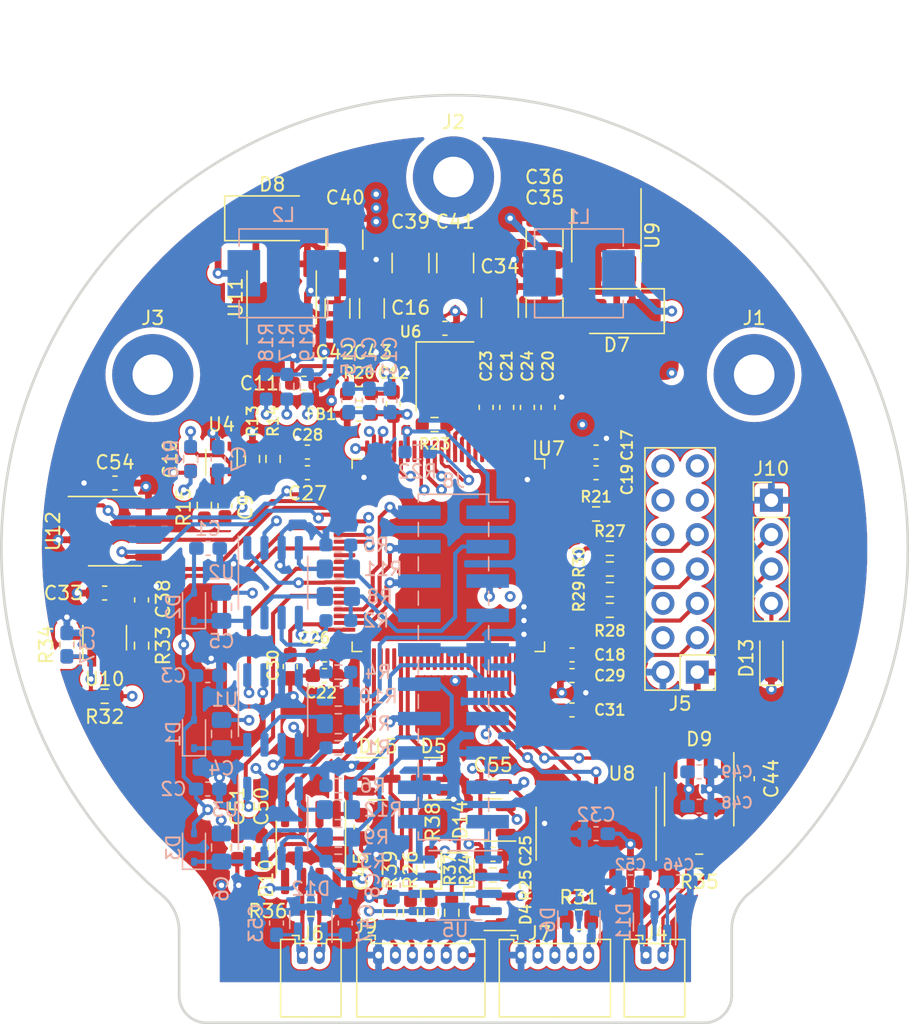
<source format=kicad_pcb>
(kicad_pcb (version 20221018) (generator pcbnew)
  (title_block (title "Плата управления ЭЛП вид снизу Схема электрическая соединений") (comment 1 "Плата управления ЭЛП - МПСТ.76721.758764.02.Э4.М") (comment 2 "Филатов"))
  (layers (0 "F.Cu" signal) (1 "In1.Cu" signal) (2 "In2.Cu" signal) (3 "In3.Cu" signal) (4 "In4.Cu" signal) (31 "B.Cu" signal) (34 "B.Paste" user) (35 "F.Paste" user) (36 "B.SilkS" user "B.Silkscreen") (37 "F.SilkS" user "F.Silkscreen") (38 "B.Mask" user) (39 "F.Mask" user) (44 "Edge.Cuts" user))
  (net 0 "")
  (net 1 "GND")
  (net 2 "A")
  (net 3 "B")
  (net 4 "C")
  (net 5 "G1")
  (net 6 "G2")
  (net 7 "G3")
  (net 8 "Shunt_2")
  (net 9 "Shunt_1")
  (net 10 "+24V")
  (net 11 "+12V")
  (net 12 "Net-(D1-K)")
  (net 13 "Net-(D3-K)")
  (net 14 "Net-(D2-K)")
  (net 17 "BOOT0")
  (net 18 "Enable")
  (net 19 "SWCLK")
  (net 20 "SWDIO")
  (net 21 "IN_A")
  (net 22 "IN_B")
  (net 23 "IN_C")
  (net 24 "G4")
  (net 25 "G5")
  (net 26 "G6")
  (net 27 "+3.3V")
  (net 28 "NRST")
  (net 29 "Temp_Coil_C_MCU")
  (net 30 "Temp_Coil_B_MCU")
  (net 31 "Temp_Coil_A_MCU")
  (net 32 "Net-(R16-Pad2)")
  (net 34 "DC_Voltage_MCU")
  (net 35 "Current_C_MCU")
  (net 36 "Current_B_MCU")
  (net 37 "RS_485_B")
  (net 38 "RS_485_A")
  (net 39 "RS_485_RX_MCU")
  (net 40 "RS_485_Enable_MCU")
  (net 41 "RS_485_TX_MCU")
  (net 42 "RS_485_Y")
  (net 43 "RS_485_Z")
  (net 44 "CAN1H")
  (net 45 "CAN1L")
  (net 46 "CAN2H")
  (net 47 "CAN2L")
  (net 48 "CAN2_TXD_MCU")
  (net 49 "CAN2_RXD_MCU")
  (net 50 "CAN1_TXD_MCU")
  (net 51 "CAN1_RXD_MCU")
  (net 52 "Current_A_MCU")
  (net 53 "Digital_input1")
  (net 54 "Analog_Input1")
  (net 55 "GNDA")
  (net 56 "+3.3VA")
  (net 57 "Temperature_Power_~{OS}_MCU")
  (net 58 "Temperature_Power_SCL_MCU")
  (net 59 "Temperature_Power_SDA_MCU")
  (net 60 "Angle_Sensor_SCLK_MCU")
  (net 61 "Angle_Sensor_CS_MCU")
  (net 62 "Angle_Sensor_SDIO_MCU")
  (net 63 "EEPROM_~{CS_MCU}")
  (net 64 "EEPROM_MISO_MCU")
  (net 65 "EEPROM_MOSI_MCU")
  (net 66 "EEPROM_SCK_MCU")
  (net 67 "OUT_MCU")
  (net 68 "Net-(U4-+)")
  (net 69 "Net-(D4-COM)")
  (net 70 "Net-(U7-VCAP_1)")
  (net 71 "Net-(U7-VCAP_2)")
  (net 72 "Net-(U10-+)")
  (net 73 "Net-(D5-COM)")
  (net 74 "Net-(D7-K)")
  (net 75 "Net-(D8-K)")
  (net 78 "Net-(D13-A)")
  (net 82 "Net-(U1-HO)")
  (net 83 "Net-(U2-HO)")
  (net 84 "Net-(U3-HO)")
  (net 85 "Net-(U1-LO)")
  (net 86 "Net-(U2-LO)")
  (net 87 "Net-(U3-LO)")
  (net 88 "Net-(U4--)")
  (net 89 "Net-(R15-Pad1)")
  (net 90 "Net-(U7-PH1)")
  (net 91 "Net-(U7-PC4)")
  (net 92 "Net-(U7-PC11)")
  (net 93 "Net-(U7-PC12)")
  (net 94 "Net-(U10--)")
  (net 96 "Net-(U6-Out)")
  (net 107 "Net-(D14-COM)")
  (net 150 "Analog_Input2")
  (net 151 "Digital_input2")
  (net 152 "Net-(D15-COM)")
  (footprint "Resistor_SMD:R_0603_1608Metric_Pad0.98x0.95mm_HandSolder" (layer "F.Cu") (at 166.116 95.758)
    (fp_text reference "R27")
    (fp_text value "0" hide)
  )
  (footprint "Package_SO:SOIC-14_3.9x8.7mm_P1.27mm" (layer "F.Cu") (at 165.1 116.84 -90)
    (fp_text reference "U8")
    (fp_text value "ADM3491ARZ" hide)
  )
  (footprint "Connector_PinHeader_2.54mm:PinHeader_1x04_P2.54mm_Vertical" (layer "F.Cu") (at 178.054 92.202)
    (fp_text reference "J10")
    (fp_text value "SWD" hide)
  )
  (footprint "Connector_Molex:Molex_PicoBlade_53048-0210_1x02_P1.25mm_Horizontal" (layer "F.Cu") (at 168.793 125.808)
    (fp_text reference "J4")
    (fp_text value "CAN2" hide)
  )
  (footprint "Capacitor_SMD:C_0603_1608Metric_Pad1.08x0.95mm_HandSolder" (layer "F.Cu") (at 142.494 104.4945 -90)
    (fp_text reference "C30")
    (fp_text value "2.2u" hide)
  )
  (footprint "Oscillator:Oscillator_SMD_Abracon_ASE-4Pin_3.2x2.5mm_HandSoldering" (layer "F.Cu") (at 153.924 83.058 -90)
    (fp_text reference "U6")
    (fp_text value "ASEMB-10" hide)
  )
  (footprint "Resistor_SMD:R_0603_1608Metric_Pad0.98x0.95mm_HandSolder" (layer "F.Cu") (at 166.116 98.806)
    (fp_text reference "R29")
    (fp_text value "0" hide)
  )
  (footprint "Diode_SMD:D_SOD-323_HandSoldering" (layer "F.Cu") (at 178.054 103.866 90)
    (fp_text reference "D13")
    (fp_text value "D_Small" hide)
  )
  (footprint "Resistor_SMD:R_0603_1608Metric_Pad0.98x0.95mm_HandSolder" (layer "F.Cu") (at 128.778 106.68 180)
    (fp_text reference "R32")
    (fp_text value "14k" hide)
  )
  (footprint "Capacitor_SMD:C_0603_1608Metric_Pad1.08x0.95mm_HandSolder" (layer "F.Cu") (at 158.496 85.344 90)
    (fp_text reference "C21")
    (fp_text value "100n" hide)
  )
  (footprint "Inductor_SMD:L_0603_1608Metric_Pad1.05x0.95mm_HandSolder" (layer "F.Cu") (at 147.574 85.852)
    (fp_text reference "FB1")
    (fp_text value "BLM18KG102SH1D" hide)
  )
  (footprint "Capacitor_SMD:C_0603_1608Metric_Pad1.08x0.95mm_HandSolder" (layer "F.Cu") (at 153.924 79.502)
    (fp_text reference "C16")
    (fp_text value "0.1u" hide)
  )
  (footprint "Resistor_SMD:R_0603_1608Metric_Pad0.98x0.95mm_HandSolder" (layer "F.Cu") (at 144.018 122.428)
    (fp_text reference "R36")
    (fp_text value "120" hide)
  )
  (footprint "Connector_My:Power_Wire" (layer "F.Cu") (at 132.334 70.739)
    (fp_text reference "J3")
    (fp_text value "C" hide)
  )
  (footprint "Capacitor_SMD:C_0603_1608Metric_Pad1.08x0.95mm_HandSolder" (layer "F.Cu") (at 150.114 85.09 90)
    (fp_text reference "C12")
    (fp_text value "100n" hide)
  )
  (footprint "Capacitor_SMD:C_1210_3225Metric_Pad1.33x2.70mm_HandSolder" (layer "F.Cu") (at 161.29 72.898 -90)
    (fp_text reference "C36")
    (fp_text value "10u" hide)
  )
  (footprint "Capacitor_SMD:C_0603_1608Metric_Pad1.08x0.95mm_HandSolder" (layer "F.Cu") (at 163.322 105.156)
    (fp_text reference "C29")
    (fp_text value "100n" hide)
  )
  (footprint "Resistor_SMD:R_0603_1608Metric_Pad0.98x0.95mm_HandSolder" (layer "F.Cu") (at 125.984 102.87 90)
    (fp_text reference "R34")
    (fp_text value "1k" hide)
  )
  (footprint "Capacitor_SMD:C_0603_1608Metric_Pad1.08x0.95mm_HandSolder" (layer "F.Cu") (at 157.48 113.284 180)
    (fp_text reference "C55")
    (fp_text value "1u")
  )
  (footprint "Package_TO_SOT_SMD:SOT-353_SC-70-5" (layer "F.Cu") (at 137.414 89.154 90)
    (fp_text reference "U4")
    (fp_text value "LMV7239M5" hide)
  )
  (footprint "Capacitor_SMD:C_0603_1608Metric_Pad1.08x0.95mm_HandSolder" (layer "F.Cu") (at 165.1 90.17)
    (fp_text reference "C19")
    (fp_text value "100n" hide)
  )
  (footprint "Capacitor_SMD:C_0603_1608Metric_Pad1.08x0.95mm_HandSolder" (layer "F.Cu") (at 157.48 118.364 180)
    (fp_text reference "C25")
    (fp_text value "1u" hide)
  )
  (footprint "Package_TO_SOT_SMD:SOT-23" (layer "F.Cu") (at 153.0835 112.776 180)
    (fp_text reference "D5")
    (fp_text value "BAT54S" hide)
  )
  (footprint "Diode_SMD:D_SMA" (layer "F.Cu") (at 166.624 78.232 180)
    (fp_text reference "D7")
    (fp_text value "MBRA320" hide)
  )
  (footprint "Capacitor_SMD:C_1210_3225Metric_Pad1.33x2.70mm_HandSolder" (layer "F.Cu") (at 151.384 74.676 -90)
    (fp_text reference "C39")
    (fp_text value "10u" hide)
  )
  (footprint "Connector_My:Power_Wire" (layer "F.Cu") (at 176.784 70.739)
    (fp_text reference "J1")
    (fp_text value "A" hide)
  )
  (footprint "Resistor_SMD:R_0603_1608Metric_Pad0.98x0.95mm_HandSolder" (layer "F.Cu") (at 157.48 119.888 180)
    (fp_text reference "R25")
    (fp_text value "1.5k" hide)
  )
  (footprint "Resistor_SMD:R_0603_1608Metric_Pad0.98x0.95mm_HandSolder" (layer "F.Cu") (at 166.116 97.282)
    (fp_text reference "R30")
    (fp_text value "0" hide)
  )
  (footprint "Resistor_SMD:R_0805_2012Metric" (layer "F.Cu") (at 163.83 123.19)
    (fp_text reference "R31")
    (fp_text value "120" hide)
  )
  (footprint "Resistor_SMD:R_0603_1608Metric_Pad0.98x0.95mm_HandSolder" (layer "F.Cu") (at 131.506 102.95 90)
    (fp_text reference "R33")
    (fp_text value "120" hide)
  )
  (footprint "Capacitor_SMD:C_0603_1608Metric_Pad1.08x0.95mm_HandSolder" (layer "F.Cu") (at 161.544 85.344 90)
    (fp_text reference "C20")
    (fp_text value "100n" hide)
  )
  (footprint "Capacitor_SMD:C_1210_3225Metric_Pad1.33x2.70mm_HandSolder" (layer "F.Cu") (at 161.29 77.978 90)
    (fp_text reference "C35")
    (fp_text value "10u" hide)
  )
  (footprint "Capacitor_SMD:C_0603_1608Metric_Pad1.08x0.95mm_HandSolder" (layer "F.Cu") (at 143.764 88.646 180)
    (fp_text reference "C28")
    (fp_text value "100n" hide)
  )
  (footprint "Package_SO:SOIC-8_3.9x4.9mm_P1.27mm" (layer "F.Cu") (at 172.72 114.3 -90)
    (fp_text reference "D9")
    (fp_text value "SIT65HVD232DR" hide)
  )
  (footprint "Capacitor_SMD:C_0603_1608Metric_Pad1.08x0.95mm_HandSolder" (layer "F.Cu") (at 129.54 90.932 180)
    (fp_text reference "C54")
    (fp_text value "1u" hide)
  )
  (footprint "Capacitor_SMD:C_1210_3225Metric_Pad1.33x2.70mm_HandSolder" (layer "F.Cu") (at 154.686 74.676 -90)
    (fp_text reference "C41")
    (fp_text value "10u" hide)
  )
  (footprint "Package_SO:SOIC-8_3.9x4.9mm_P1.27mm" (layer "F.Cu") (at 141.859 77.216 90)
    (fp_text reference "U11")
    (fp_text value "LM2594HVM-12" hide)
  )
  (footprint "Capacitor_SMD:C_0603_1608Metric_Pad1.08x0.95mm_HandSolder" (layer "F.Cu") (at 137.668 92.6095 90)
    (fp_text reference "C9")
    (fp_text value "56p" hide)
  )
  (footprint "Resistor_SMD:R_0603_1608Metric_Pad0.98x0.95mm_HandSolder" (layer "F.Cu") (at 141.224 89.154 90)
    (fp_text reference "R14")
    (fp_text value "1k" hide)
  )
  (footprint "Resistor_SMD:R_0603_1608Metric_Pad0.98x0.95mm_HandSolder" (layer "F.Cu") (at 149.86 122.682 -90)
    (fp_text reference "R39")
    (fp_text value "0" hide)
  )
  (footprint "Capacitor_SMD:C_1210_3225Metric_Pad1.33x2.70mm_HandSolder" (layer "F.Cu") (at 157.988 77.978 90)
    (fp_text reference "C34")
    (fp_text value "10u" hide)
  )
  (footprint "Connector_Molex:Molex_PicoBlade_53048-0610_1x06_P1.25mm_Horizontal" (layer "F.Cu") (at 149.021 125.808)
    (fp_text reference "J9")
    (fp_text value "Inputs" hide)
  )
  (footprint "Capacitor_SMD:C_0603_1608Metric_Pad1.08x0.95mm_HandSolder" (layer "F.Cu") (at 128.778 99.06)
    (fp_text reference "C33")
    (fp_text value "100n" hide)
  )
  (footprint "Capacitor_SMD:C_0603_1608Metric_Pad1.08x0.95mm_HandSolder" (layer "F.Cu") (at 138.5835 117.856 90)
    (fp_text reference "C51")
    (fp_text value "1u" hide)
  )
  (footprint "Resistor_SMD:R_0603_1608Metric_Pad0.98x0.95mm_HandSolder" (layer "F.Cu") (at 152.908 119.126 -90)
    (fp_text reference "R38")
    (fp_text value "1.5k" hide)
  )
  (footprint "Connector_My:Power_Wire" (layer "F.Cu") (at 154.559 55.499)
    (fp_text reference "J2")
    (fp_text value "B" hide)
  )
  (footprint "Capacitor_SMD:C_0603_1608Metric_Pad1.08x0.95mm_HandSolder" (layer "F.Cu") (at 163.322 107.696)
    (fp_text reference "C31")
    (fp_text value "2.2u" hide)
  )
  (footprint "Resistor_SMD:R_0603_1608Metric_Pad0.98x0.95mm_HandSolder" (layer "F.Cu") (at 151.384 122.682 -90)
    (fp_text reference "R26")
    (fp_text value "0" hide)
  )
  (footprint "Connector_PinHeader_2.54mm:PinHeader_2x07_P2.54mm_Vertical" (layer "F.Cu") (at 172.578 104.902 180)
    (fp_text reference "J5")
    (fp_text value "Conn_02x07_Odd_Even" hide)
  )
  (footprint "Capacitor_SMD:C_0603_1608Metric_Pad1.08x0.95mm_HandSolder" (layer "F.Cu") (at 143.764 90.17 180)
    (fp_text reference "C27")
    (fp_text value "100n" hide)
  )
  (footprint "Capacitor_SMD:C_0603_1608Metric_Pad1.08x0.95mm_HandSolder" (layer "F.Cu") (at 145.034 105.156 180)
    (fp_text reference "C22")
    (fp_text value "100n" hide)
  )
  (footprint "Diode_SMD:D_SMA" (layer "F.Cu") (at 141.163 71.374)
    (fp_text reference "D8")
    (fp_text value "MBRA320" hide)
  )
  (footprint "Package_SO:SOIC-8_3.9x4.9mm_P1.27mm" (layer "F.Cu") (at 144.018 117.856 -90)
    (fp_text reference "D10")
    (fp_text value "SIT65HVD232DR" hide)
  )
  (footprint "Resistor_SMD:R_0603_1608Metric_Pad0.98x0.95mm_HandSolder" (layer "F.Cu") (at 172.72 118.872)
    (fp_text reference "R35")
    (fp_text value "120" hide)
  )
  (footprint "Capacitor_SMD:C_0603_1608Metric_Pad1.08x0.95mm_HandSolder" (layer "F.Cu") (at 156.972 85.344 90)
    (fp_text reference "C23")
    (fp_text value "100n" hide)
  )
  (footprint "Package_TO_SOT_SMD:SOT-23" (layer "F.Cu") (at 157.48 122.428 180)
    (fp_text reference "D4")
    (fp_text value "BAT54S" hide)
  )
  (footprint "Capacitor_SMD:C_0603_1608Metric_Pad1.08x0.95mm_HandSolder" (layer "F.Cu") (at 163.322 103.632)
    (fp_text reference "C18")
    (fp_text value "100n" hide)
  )
  (footprint "Capacitor_SMD:C_0603_1608Metric_Pad1.08x0.95mm_HandSolder" (layer "F.Cu") (at 140.3615 117.856 90)
    (fp_text reference "C50")
    (fp_text value "1u" hide)
  )
  (footprint "Capacitor_SMD:C_1206_3216Metric_Pad1.33x1.80mm_HandSolder" (layer "F.Cu") (at 145.989 78.032 90)
    (fp_text reference "C42")
    (fp_text value "100u" hide)
  )
  (footprint "Connector_Molex:Molex_PicoBlade_53048-0510_1x05_P1.25mm_Horizontal" (layer "F.Cu") (at 159.552 125.808)
    (fp_text reference "J7")
    (fp_text value "RS-485" hide)
  )
  (footprint "Connector_Molex:Molex_PicoBlade_53048-0210_1x02_P1.25mm_Horizontal" (layer "F.Cu") (at 143.393 125.808)
    (fp_text reference "J6")
    (fp_text value "CAN1" hide)
  )
  (footprint "Resistor_SMD:R_0603_1608Metric_Pad0.98x0.95mm_HandSolder" (layer "F.Cu") (at 154.432 122.682 90)
    (fp_text reference "R24")
    (fp_text value "1k" hide)
  )
  (footprint "Package_TO_SOT_SMD:SOT-23" (layer "F.Cu") (at 157.48 115.824 180)
    (fp_text reference "D14")
    (fp_text value "BAT54S" hide)
  )
  (footprint "Resistor_SMD:R_0603_1608Metric_Pad0.98x0.95mm_HandSolder" (layer "F.Cu") (at 165.1 93.218 180)
    (fp_text reference "R21")
    (fp_text value "1k" hide)
  )
  (footprint "Package_TO_SOT_SMD:SOT-23" (layer "F.Cu") (at 148.971 112.776)
    (fp_text reference "D15")
    (fp_text value "BAT54S" hide)
  )
  (footprint "Package_SO:SOIC-8_3.9x4.9mm_P1.27mm" (layer "F.Cu") (at 129.54 94.488)
    (fp_text reference "U12")
    (fp_text value "FM25W256" hide)
  )
  (footprint "Resistor_SMD:R_0603_1608Metric_Pad0.98x0.95mm_HandSolder" (layer "F.Cu") (at 139.7 89.154 -90)
    (fp_text reference "R13")
    (fp_text value "1.3k" hide)
  )
  (footprint "Capacitor_SMD:C_0603_1608Metric_Pad1.08x0.95mm_HandSolder" (layer "F.Cu") (at 165.1 88.646)
    (fp_text reference "C17")
    (fp_text value "100n" hide)
  )
  (footprint "Capacitor_SMD:C_0603_1608Metric_Pad1.08x0.95mm_HandSolder" (layer "F.Cu") (at 143.51 83.566 180)
    (fp_text reference "C11")
    (fp_text value "4.7u" hide)
  )
  (footprint "Resistor_SMD:R_0603_1608Metric_Pad0.98x0.95mm_HandSolder" (layer "F.Cu") (at 136.144 92.6095 -90)
    (fp_text reference "R15")
    (fp_text value "120" hide)
  )
  (footprint "Capacitor_SMD:C_0603_1608Metric_Pad1.08x0.95mm_HandSolder" (layer "F.Cu") (at 147.7275 116.332 90)
    (fp_text reference "C45")
    (fp_text value "56p" hide)
  )
  (footprint "Package_QFP:LQFP-100_14x14mm_P0.5mm" (layer "F.Cu") (at 154.178 96.266 -90)
    (fp_text reference "U7")
    (fp_text value "APM32F405xG" hide)
  )
  (footprint "Capacitor_SMD:C_0603_1608Metric_Pad1.08x0.95mm_HandSolder" (layer "F.Cu") (at 160.02 85.344 90)
    (fp_text reference "C24")
    (fp_text value "100n" hide)
  )
  (footprint "Capacitor_SMD:C_0603_1608Metric_Pad1.08x0.95mm_HandSolder" (layer "F.Cu") (at 176.276 112.776 90)
    (fp_text reference "C44")
    (fp_text value "56p" hide)
  )
  (footprint "Capacitor_SMD:C_1210_3225Metric_Pad1.33x2.70mm_HandSolder" (layer "F.Cu") (at 146.497 72.952 -90)
    (fp_text reference "C40")
    (fp_text value "10u" hide)
  )
  (footprint "Resistor_SMD:R_0603_1608Metric_Pad0.98x0.95mm_HandSolder" (layer "F.Cu") (at 147.574 84.328)
    (fp_text reference "R20")
    (fp_text value "0" hide)
  )
  (footprint "Capacitor_SMD:C_0603_1608Metric_Pad1.08x0.95mm_HandSolder" (layer "F.Cu") (at 145.034 103.632 180)
    (fp_text reference "C26")
    (fp_text value "100n" hide)
  )
  (footprint "Capacitor_SMD:C_0603_1608Metric_Pad1.08x0.95mm_HandSolder" (layer "F.Cu") (at 131.506 99.568 90)
    (fp_text reference "C38")
    (fp_text value "56p" hide)
  )
  (footprint "Package_SO:SOIC-8_3.9x4.9mm_P1.27mm" (layer "F.Cu") (at 165.862 72.644 -90)
    (fp_text reference "U9")
    (fp_text value "LM2594HVM-12" hide)
  )
  (footprint "Capacitor_SMD:C_0603_1608Metric_Pad1.08x0.95mm_HandSolder" (layer "F.Cu") (at 135.128 89.1805 -90)
    (fp_text reference "C10")
    (fp_text value "56p" hide)
  )
  (footprint "Capacitor_SMD:C_1206_3216Metric_Pad1.33x1.80mm_HandSolder" (layer "F.Cu") (at 148.529 78.032 90)
    (fp_text reference "C43")
    (fp_text value "100u" hide)
  )
  (footprint "Resistor_SMD:R_0603_1608Metric_Pad0.98x0.95mm_HandSolder" (layer "F.Cu") (at 152.908 122.682 90)
    (fp_text reference "R37")
    (fp_text value "1k" hide)
  )
  (footprint "Resistor_SMD:R_0603_1608Metric_Pad0.98x0.95mm_HandSolder" (layer "F.Cu") (at 166.116 100.33)
    (fp_text reference "R28")
    (fp_text value "0" hide)
  )
  (footprint "Resistor_SMD:R_0603_1608Metric_Pad0.98x0.95mm_HandSolder" (layer "F.Cu") (at 153.162 86.614 180)
    (fp_text reference "R23")
    (fp_text value "0" hide)
  )
  (footprint "Package_TO_SOT_SMD:SOT-23-5_HandSoldering" (layer "F.Cu") (at 128.778 102.362 90)
    (fp_text reference "U10")
    (fp_text value "LMV321" hide)
  )
  (footprint "Resistor_SMD:R_0603_1608Metric_Pad0.98x0.95mm_HandSolder" (layer "B.Cu") (at 146.05 110.49)
    (fp_text reference "R1")
    (fp_text value "10k" hide)
  )
  (footprint "Package_SO:SOIC-8_3.9x4.9mm_P1.27mm" (layer "B.Cu") (at 154.686 120.65 180)
    (fp_text reference "U5")
    (fp_text value "INA283" hide)
  )
  (footprint "Resistor_SMD:R_0805_2012Metric_Pad1.20x1.40mm_HandSolder" (layer "B.Cu") (at 146.05 97.282)
    (fp_text reference "R11")
    (fp_text value "2.7" hide)
  )
  (footprint "Capacitor_SMD:C_0603_1608Metric_Pad1.08x0.95mm_HandSolder" (layer "B.Cu") (at 137.16 89.154 -90)
    (fp_text reference "C7")
    (fp_text value "0.1u" hide)
  )
  (footprint "Capacitor_SMD:C_0603_1608Metric_Pad1.08x0.95mm_HandSolder" (layer "B.Cu") (at 141.478 123.444 90)
    (fp_text reference "C53")
    (fp_text value "56p" hide)
  )
  (footprint "Package_SO:SO-8_3.9x4.9mm_P1.27mm" (layer "B.Cu") (at 141.224 116.078 -90)
    (fp_text reference "U3")
    (fp_text value "IR2184" hide)
  )
  (footprint "Resistor_SMD:R_0805_2012Metric_Pad1.20x1.40mm_HandSolder" (layer "B.Cu") (at 146.05 106.68)
    (fp_text reference "R10")
    (fp_text value "2.7" hide)
  )
  (footprint "Resistor_SMD:R_0603_1608Metric_Pad0.98x0.95mm_HandSolder" (layer "B.Cu") (at 146.05 113.284)
    (fp_text reference "R6")
    (fp_text value "10k" hide)
  )
  (footprint "Inductor_SMD:L_Vishay_IHLP-2525" (layer "B.Cu") (at 141.986 75.438)
    (fp_text reference "L2")
    (fp_text value "22u" hide)
  )
  (footprint "Resistor_SMD:R_0805_2012Metric_Pad1.20x1.40mm_HandSolder" (layer "B.Cu") (at 146.05 108.712)
    (fp_text reference "R7")
    (fp_text value "2.7" hide)
  )
  (footprint "Capacitor_SMD:C_0603_1608Metric_Pad1.08x0.95mm_HandSolder" (layer "B.Cu") (at 172.72 114.808 180)
    (fp_text reference "C48")
    (fp_text value "1u" hide)
  )
  (footprint "Resistor_SMD:R_0603_1608Metric_Pad0.98x0.95mm_HandSolder" (layer "B.Cu") (at 142.24 83.82 90)
    (fp_text reference "R17")
    (fp_text value "10k" hide)
  )
  (footprint "Capacitor_SMD:C_0603_1608Metric_Pad1.08x0.95mm_HandSolder" (layer "B.Cu") (at 167.64 120.396 180)
    (fp_text reference "C52")
    (fp_text value "56p" hide)
  )
  (footprint "Package_TO_SOT_SMD:SOT-23" (layer "B.Cu") (at 169.418 123.3655 90)
    (fp_text reference "D11")
    (fp_text value "PESD2CAN" hide)
  )
  (footprint "Resistor_SMD:R_0603_1608Metric_Pad0.98x0.95mm_HandSolder" (layer "B.Cu") (at 135.128 89.154 -90)
    (fp_text reference "R16")
    (fp_text value "120" hide)
  )
  (footprint "Package_SO:SO-8_3.9x4.9mm_P1.27mm" (layer "B.Cu") (at 141.224 107.696 -90)
    (fp_text reference "U1")
    (fp_text value "IR2184" hide)
  )
  (footprint "Diode_SMD:D_SOD-323" (layer "B.Cu") (at 135.382 100.076 90)
    (fp_text reference "D2")
    (fp_text value "D_Small" hide)
  )
  (footprint "Capacitor_SMD:C_0603_1608Metric_Pad1.08x0.95mm_HandSolder" (layer "B.Cu") (at 136.4195 95.758 180)
    (fp_text reference "C1")
    (fp_text value "10u" hide)
  )
  (footprint "Capacitor_SMD:C_0603_1608Metric_Pad1.08x0.95mm_HandSolder" (layer "B.Cu") (at 146.558 123.444 -90)
    (fp_text reference "C47")
    (fp_text value "56p" hide)
  )
  (footprint "Capacitor_SMD:C_0603_1608Metric_Pad1.08x0.95mm_HandSolder" (layer "B.Cu") (at 136.398 113.538)
    (fp_text reference "C2")
    (fp_text value "10u" hide)
  )
  (footprint "Resistor_SMD:R_0805_2012Metric_Pad1.20x1.40mm_HandSolder" (layer "B.Cu") (at 146.05 117.094)
    (fp_text reference "R9")
    (fp_text value "2.7" hide)
  )
  (footprint "Capacitor_SMD:C_0805_2012Metric_Pad1.18x1.45mm_HandSolder" (layer "B.Cu") (at 137.414 117.856 90)
    (fp_text reference "C6")
    (fp_text value "BS" hide)
  )
  (footprint "Package_TO_SOT_SMD:SOT-23" (layer "B.Cu") (at 144.018 123.19 90)
    (fp_text reference "D12")
    (fp_text value "PESD2CAN" hide)
  )
  (footprint "Resistor_SMD:R_0805_2012Metric_Pad1.20x1.40mm_HandSolder" (layer "B.Cu") (at 146.05 99.314)
    (fp_text reference "R8")
    (fp_text value "2.7" hide)
  )
  (footprint "Diode_SMD:D_SOD-323" (layer "B.Cu") (at 135.382 117.856 90)
    (fp_text reference "D3")
    (fp_text value "D_Small" hide)
  )
  (footprint "Resistor_SMD:R_0603_1608Metric_Pad0.98x0.95mm_HandSolder" (layer "B.Cu") (at 146.05 118.872)
    (fp_text reference "R3")
    (fp_text value "10k" hide)
  )
  (footprint "Resistor_SMD:R_0805_2012Metric_Pad1.20x1.40mm_HandSolder" (layer "B.Cu") (at 146.05 115.062)
    (fp_text reference "R12")
    (fp_text value "2.7" hide)
  )
  (footprint "Resistor_SMD:R_0603_1608Metric_Pad0.98x0.95mm_HandSolder" (layer "B.Cu") (at 140.716 83.82 90)
    (fp_text reference "R18")
    (fp_text value "10k" hide)
  )
  (footprint "Capacitor_SMD:C_0603_1608Metric_Pad1.08x0.95mm_HandSolder" (layer "B.Cu") (at 149.86 84.836 90)
    (fp_text reference "C13")
    (fp_text value "1u" hide)
  )
  (footprint "Resistor_SMD:R_0603_1608Metric_Pad0.98x0.95mm_HandSolder" (layer "B.Cu") (at 146.05 95.504)
    (fp_text reference "R5")
    (fp_text value "10k" hide)
  )
  (footprint "Resistor_SMD:R_0603_1608Metric_Pad0.98x0.95mm_HandSolder" (layer "B.Cu") (at 151.892 88.646)
    (fp_text reference "R22")
    (fp_text value "1k" hide)
  )
  (footprint "Connector_PinHeader_2.54mm:PinHeader_2x10_P2.54mm_Vertical_SMD" (layer "B.Cu") (at 154.559 104.521 180)
    (fp_text reference "J8")
    (fp_text value "Conn_02x10_Odd_Even" hide)
  )
  (footprint "Capacitor_SMD:C_0603_1608Metric_Pad1.08x0.95mm_HandSolder" (layer "B.Cu") (at 148.336 84.836 90)
    (fp_text reference "C14")
    (fp_text value "100n" hide)
  )
  (footprint "Resistor_SMD:R_0603_1608Metric_Pad0.98x0.95mm_HandSolder" (layer "B.Cu") (at 143.764 83.82 90)
    (fp_text reference "R19")
    (fp_text value "10k" hide)
  )
  (footprint "Capacitor_SMD:C_0603_1608Metric_Pad1.08x0.95mm_HandSolder" (layer "B.Cu") (at 146.812 84.836 90)
    (fp_text reference "C15")
    (fp_text value "1u" hide)
  )
  (footprint "Capacitor_SMD:C_0805_2012Metric_Pad1.18x1.45mm_HandSolder" (layer "B.Cu") (at 137.414 100.076 90)
    (fp_text reference "C5")
    (fp_text value "BS" hide)
  )
  (footprint "Diode_SMD:D_SOD-323" (layer "B.Cu") (at 135.382 109.474 90)
    (fp_text reference "D1")
    (fp_text value "D_Small" hide)
  )
  (footprint "Capacitor_SMD:C_0805_2012Metric_Pad1.18x1.45mm_HandSolder" (layer "B.Cu") (at 137.414 109.474 90)
    (fp_text reference "C4")
    (fp_text value "BS" hide)
  )
  (footprint "Capacitor_SMD:C_0603_1608Metric_Pad1.08x0.95mm_HandSolder" (layer "B.Cu") (at 165.1 116.84)
    (fp_text reference "C32")
    (fp_text value "0.1u" hide)
  )
  (footprint "Package_SO:SO-8_3.9x4.9mm_P1.27mm" (layer "B.Cu") (at 141.224 98.298 -90)
    (fp_text reference "U2")
    (fp_text value "IR2184" hide)
  )
  (footprint "Capacitor_SMD:C_0603_1608Metric_Pad1.08x0.95mm_HandSolder" (layer "B.Cu") (at 150.114 120.65 90)
    (fp_text reference "C8")
    (fp_text value "0.1u" hide)
  )
  (footprint "Resistor_SMD:R_0603_1608Metric_Pad0.98x0.95mm_HandSolder" (layer "B.Cu") (at 146.05 104.902)
    (fp_text reference "R4")
    (fp_text value "10k" hide)
  )
  (footprint "Resistor_SMD:R_0603_1608Metric_Pad0.98x0.95mm_HandSolder" (layer "B.Cu") (at 146.05 101.092)
    (fp_text reference "R2")
    (fp_text value "10k" hide)
  )
  (footprint "Capacitor_SMD:C_0603_1608Metric_Pad1.08x0.95mm_HandSolder" (layer "B.Cu") (at 172.72 112.268 180)
    (fp_text reference "C49")
    (fp_text value "1u" hide)
  )
  (footprint "Capacitor_SMD:C_0603_1608Metric_Pad1.08x0.95mm_HandSolder" (layer "B.Cu") (at 171.196 120.396 180)
    (fp_text reference "C46")
    (fp_text value "56p" hide)
  )
  (footprint "Inductor_SMD:L_Vishay_IHLP-2525" (layer "B.Cu") (at 163.83 75.438 180)
    (fp_text reference "L1")
    (fp_text value "33u" hide)
  )
  (footprint "Package_TO_SOT_SMD:SOT-23" (layer "B.Cu") (at 163.83 123.19 90)
    (fp_text reference "D6")
    (fp_text value "PSM712-LF-T7" hide)
  )
  (footprint "Capacitor_SMD:C_0603_1608Metric_Pad1.08x0.95mm_HandSolder" (layer "B.Cu") (at 136.398 105.156)
    (fp_text reference "C3")
    (fp_text value "10u" hide)
  )
  (footprint "Capacitor_SMD:C_0603_1608Metric_Pad1.08x0.95mm_HandSolder" (layer "B.Cu") (at 125.984 102.87 90)
    (fp_text reference "C37")
    (fp_text value "100n" hide)
  )
  (gr_line (start 155.321 121.793) (end 155.321 120.777) (stroke (width 0.15)) (layer "F.SilkS"))
  (gr_line (start 156.083 120.777) (end 156.083 118.745) (stroke (width 0.15)) (layer "F.SilkS"))
  (gr_line (start 155.321 120.777) (end 156.083 120.777) (stroke (width 0.15)) (layer "F.SilkS"))
  (gr_line (start 153.67 118.237) (end 155.575 118.237) (stroke (width 0.15)) (layer "F.SilkS"))
  (gr_line (start 152.146 120.904) (end 152.146 121.793) (stroke (width 0.15)) (layer "F.SilkS"))
  (gr_line (start 152.146 120.904) (end 153.67 120.904) (stroke (width 0.15)) (layer "F.SilkS"))
  (gr_line (start 153.67 120.904) (end 153.67 118.237) (stroke (width 0.15)) (layer "F.SilkS"))
  (gr_arc (start 175.119073 128.778) (mid 174.523912 130.214832) (end 173.087071 130.81) (stroke (width 0.2)) (layer "Edge.Cuts"))
  (gr_arc (start 133.03937 121.386051) (mid 133.956262 122.588015) (end 134.281619 124.064347) (stroke (width 0.2)) (layer "Edge.Cuts"))
  (gr_arc (start 175.119073 123.962254) (mid 175.442015 122.493806) (end 176.351138 121.296252) (stroke (width 0.2)) (layer "Edge.Cuts"))
  (gr_line (start 134.281619 124.064347) (end 134.281619 128.778) (stroke (width 0.2)) (layer "Edge.Cuts"))
  (gr_line (start 173.087071 130.81) (end 136.313619 130.810002) (stroke (width 0.2)) (layer "Edge.Cuts"))
  (gr_line (start 175.119073 123.962254) (end 175.119073 128.778) (stroke (width 0.2)) (layer "Edge.Cuts"))
  (gr_arc (start 121.142262 95.782046) (mid 154.642262 62.282046) (end 188.142262 95.782046) (stroke (width 0.2)) (layer "Edge.Cuts"))
  (gr_arc (start 136.313619 130.810002) (mid 134.876764 130.214849) (end 134.281619 128.778) (stroke (width 0.2)) (layer "Edge.Cuts"))
  (gr_arc (start 188.142262 95.782046) (mid 185.051939 109.83556) (end 176.351138 121.296252) (stroke (width 0.2)) (layer "Edge.Cuts"))
  (gr_arc (start 133.03937 121.386051) (mid 124.261783 109.898582) (end 121.142262 95.782046) (stroke (width 0.2)) (layer "Edge.Cuts"))
  (segment (start 156.083 90.043) (end 155.678 89.638) (width 0.3) (layer "F.Cu") (net 1))
  (segment (start 147.7275 117.1945) (end 145.288 117.1945) (width 0.3) (layer "F.Cu") (net 1))
  (segment (start 165.9625 87.7305) (end 165.862 87.63) (width 0.3) (layer "F.Cu") (net 1))
  (segment (start 161.544 84.4815) (end 160.02 84.4815) (width 0.3) (layer "F.Cu") (net 1))
  (segment (start 138.5835 120.5495) (end 138.5835 118.7185) (width 0.3) (layer "F.Cu") (net 1))
  (segment (start 147.043954 111.826) (end 148.0335 111.826) (width 0.3) (layer "F.Cu") (net 1))
  (segment (start 147.024477 111.845477) (end 147.043954 111.826) (width 0.3) (layer "F.Cu") (net 1))
  (segment (start 160.362 90.766) (end 161.853 90.766) (width 0.25) (layer "F.Cu") (net 1))
  (segment (start 151.13 83.82) (end 151.743 84.433) (width 0.3) (layer "F.Cu") (net 1))
  (segment (start 164.1845 106.2725) (end 164.338 106.426) (width 0.3) (layer "F.Cu") (net 1))
  (segment (start 144.6795 116.586) (end 144.6795 115.4075) (width 0.3) (layer "F.Cu") (net 1))
  (segment (start 127.065 97.347) (end 127.254 97.536) (width 0.3) (layer "F.Cu") (net 1))
  (segment (start 137.414 91.493) (end 137.668 91.747) (width 0.3) (layer "F.Cu") (net 1))
  (segment (start 176.276 113.6385) (end 173.5825 113.6385) (width 0.3) (layer "F.Cu") (net 1))
  (segment (start 159.678 102.196) (end 159.766 102.108) (width 0.25) (layer "F.Cu") (net 1))
  (segment (start 144.6795 115.4075) (end 144.653 115.381) (width 0.3) (layer "F.Cu") (net 1))
  (segment (start 152.2495 85.0075) (end 152.824 84.433) (width 0.3) (layer "F.Cu") (net 1))
  (segment (start 142.9015 87.7305) (end 143.002 87.63) (width 0.3) (layer "F.Cu") (net 1))
  (segment (start 150.368 81.28) (end 148.844 81.28) (width 0.3) (layer "F.Cu") (net 1))
  (segment (start 133.858 90.17) (end 135.001 90.17) (width 0.3) (layer "F.Cu") (net 1))
  (segment (start 164.1845 106.5795) (end 164.338 106.426) (width 0.3) (layer "F.Cu") (net 1))
  (segment (start 148.844 118.364) (end 148.082 118.364) (width 0.3) (layer "F.Cu") (net 1))
  (segment (start 135.001 90.17) (end 135.128 90.043) (width 0.3) (layer "F.Cu") (net 1))
  (segment (start 165.862 85.344) (end 165.862 87.63) (width 0.3) (layer "F.Cu") (net 1))
  (segment (start 143.256 82.296) (end 145.796 82.296) (width 0.3) (layer "F.Cu") (net 1))
  (segment (start 137.668 91.747) (end 138.885 91.747) (width 0.3) (layer "F.Cu") (net 1))
  (segment (start 147.692173 90.766) (end 147.941673 90.5165) (width 0.3) (layer "F.Cu") (net 1))
  (segment (start 165.9625 88.646) (end 165.9625 87.7305) (width 0.3) (layer "F.Cu") (net 1))
  (segment (start 165.1 84.582) (end 165.862 85.344) (width 0.3) (layer "F.Cu") (net 1))
  (segment (start 141.6285 88.646) (end 141.224 88.2415) (width 0.3) (layer "F.Cu") (net 1))
  (segment (start 173.5825 113.6385) (end 173.482 113.538) (width 0.3) (layer "F.Cu") (net 1))
  (segment (start 137.414 90.104) (end 137.414 91.493) (width 0.3) (layer "F.Cu") (net 1))
  (segment (start 145.796 82.296) (end 146.6615 83.1615) (width 0.3) (layer "F.Cu") (net 1))
  (segment (start 142.9015 90.17) (end 142.9015 88.646) (width 0.3) (layer "F.Cu") (net 1))
  (segment (start 132.4345 98.7055) (end 132.588 98.552) (width 0.3) (layer "F.Cu") (net 1))
  (segment (start 165.9625 90.17) (end 165.9625 88.646) (width 0.3) (layer "F.Cu") (net 1))
  (segment (start 151.13 82.042) (end 150.368 81.28) (width 0.3) (layer "F.Cu") (net 1))
  (segment (start 173.355 111.825) (end 173.355 113.411) (width 0.3) (layer "F.Cu") (net 1))
  (segment (start 144.1715 105.156) (end 142.695 105.156) (width 0.3) (layer "F.Cu") (net 1))
  (segment (start 128.778 102.632) (end 128.508 102.362) (width 0.3) (layer "F.Cu") (net 1))
  (segment (start 138.684 120.65) (end 138.5835 120.5495) (width 0.3) (layer "F.Cu") (net 1))
  (segment (start 142.6475 81.6345) (end 142.6475 83.566) (width 0.3) (layer "F.Cu") (net 1))
  (segment (start 151.13 82.804) (end 151.13 83.82) (width 0.3) (layer "F.Cu") (net 1))
  (segment (start 156.083 90.043) (end 156.972 90.043) (width 0.3) (layer "F.Cu") (net 1))
  (segment (start 127.254 97.536) (end 129.032 97.536) (width 0.3) (layer "F.Cu") (net 1))
  (segment (start 164.1845 107.696) (end 164.1845 106.5795) (width 0.3) (layer "F.Cu") (net 1))
  (segment (start 162.4595 84.4815) (end 162.56 84.582) (width 0.3) (layer "F.Cu") (net 1))
  (segment (start 127.065 96.393) (end 127.065 97.347) (width 0.3) (layer "F.Cu") (net 1))
  (segment (start 154.559 114.3) (end 154.559 114.264) (width 0.3) (layer "F.Cu") (net 1))
  (segment (start 162.56 114.365) (end 161.29 114.365) (width 0.3) (layer "F.Cu") (net 1))
  (segment (start 144.653 116.585053) (end 144.653 115.381) (width 0.3) (layer "F.Cu") (net 1))
  (segment (start 154.559 114.264) (end 154.021 113.726) (width 0.3) (layer "F.Cu") (net 1))
  (segment (start 125.984 101.9575) (end 125.984 100.838) (width 0.3) (layer "F.Cu") (net 1))
  (segment (start 147.7275 118.0095) (end 147.7275 117.1945) (width 0.3) (layer "F.Cu") (net 1))
  (segment (start 138.5835 118.7185) (end 140.3615 118.7185) (width 0.3) (layer "F.Cu") (net 1))
  (segment (start 152.2495 86.614) (end 152.2495 85.0075) (width 0.3) (layer "F.Cu") (net 1))
  (segment (start 129.032 97.536) (end 129.6405 98.1445) (width 0.3) (layer "F.Cu") (net 1))
  (segment (start 129.6405 98.1445) (end 129.6405 99.06) (width 0.3) (layer "F.Cu") (net 1))
  (segment (start 158.496 84.4815) (end 160.02 84.4815) (width 0.3) (layer "F.Cu") (net 1))
  (segment (start 161.544 84.4815) (end 162.4595 84.4815) (width 0.3) (layer "F.Cu") (net 1))
  (segment (start 129.995 98.7055) (end 129.6405 99.06) (width 0.3) (layer "F.Cu") (net 1))
  (segment (start 164.1845 105.156) (end 164.1845 106.2725) (width 0.3) (layer "F.Cu") (net 1))
  (segment (start 156.972 84.4815) (end 158.496 84.4815) (width 0.3) (layer "F.Cu") (net 1))
  (segment (start 142.9015 88.646) (end 142.9015 87.7305) (width 0.3) (layer "F.Cu") (net 1))
  (segment (start 143.6635 117.602) (end 144.6795 116.586) (width 0.3) (layer "F.Cu") (net 1))
  (segment (start 126.3885 102.362) (end 125.984 101.9575) (width 0.3) (layer "F.Cu") (net 1))
  (segment (start 148.082 118.364) (end 147.7275 118.0095) (width 0.3) (layer "F.Cu") (net 1))
  (segment (start 151.743 84.433) (end 152.824 84.433) (width 0.3) (layer "F.Cu") (net 1))
  (segment (start 144.1715 103.632) (end 144.1715 105.156) (width 0.3) (layer "F.Cu") (net 1))
  (segment (start 146.503 90.766) (end 147.692173 90.766) (width 0.3) (layer "F.Cu") (net 1))
  (segment (start 173.355 113.411) (end 173.482 113.538) (width 0.3) (layer "F.Cu") (net 1))
  (segment (start 153.0615 79.502) (end 152.146 79.502) (width 0.3) (layer "F.Cu") (net 1))
  (segment (start 128.6775 90.932) (end 127.254 90.932) (width 0.3) (layer "F.Cu") (net 1))
  (segment (start 162.56 84.582) (end 165.1 84.582) (width 0.3) (layer "F.Cu") (net 1))
  (segment (start 142.6475 82.9045) (end 143.256 82.296) (width 0.3) (layer "F.Cu") (net 1))
  (segment (start 166.0125 90.22) (end 165.9625 90.17) (width 0.25) (layer "F.Cu") (net 1))
  (segment (start 140.3615 118.7185) (end 141.023 118.7185) (width 0.3) (layer "F.Cu") (net 1))
  (segment (start 138.885 91.747) (end 138.938 91.694) (width 0.3) (layer "F.Cu") (net 1))
  (segment (start 142.695 105.156) (end 142.494 105.357) (width 0.3) (layer "F.Cu") (net 1))
  (segment (start 166.0125 93.218) (end 166.0125 90.22) (width 0.25) (layer "F.Cu") (net 1))
  (segment (start 146.6615 83.1615) (end 146.6615 84.328) (width 0.3) (layer "F.Cu") (net 1))
  (segment (start 152.146 79.502) (end 150.368 81.28) (width 0.3) (layer "F.Cu") (net 1))
  (segment (start 142.494 106.469955) (end 142.727561 106.703516) (width 0.3) (layer "F.Cu") (net 1))
  (segment (start 131.506 98.7055) (end 129.995 98.7055) (width 0.3) (layer "F.Cu") (net 1))
  (segment (start 142.1395 117.602) (end 143.6635 117.602) (width 0.3) (layer "F.Cu") (net 1))
  (segment (start 151.13 82.804) (end 151.13 82.042) (width 0.3) (layer "F.Cu") (net 1))
  (segment (start 131.506 98.7055) (end 132.4345 98.7055) (width 0.3) (layer "F.Cu") (net 1))
  (segment (start 145.288 117.1945) (end 144.6795 116.586) (width 0.3) (layer "F.Cu") (net 1))
  (segment (start 128.508 102.362) (end 126.3885 102.362) (width 0.3) (layer "F.Cu") (net 1))
  (segment (start 142.9015 88.646) (end 141.6285 88.646) (width 0.3) (layer "F.Cu") (net 1))
  (segment (start 142.748 81.534) (end 142.6475 81.6345) (width 0.3) (layer "F.Cu") (net 1))
  (segment (start 142.494 105.357) (end 142.494 106.469955) (width 0.3) (layer "F.Cu") (net 1))
  (segment (start 141.023 118.7185) (end 142.1395 117.602) (width 0.3) (layer "F.Cu") (net 1))
  (segment (start 161.29 114.365) (end 161.29 116.078) (width 0.3) (layer "F.Cu") (net 1))
  (segment (start 142.6475 83.566) (end 142.6475 82.9045) (width 0.3) (layer "F.Cu") (net 1))
  (segment (start 164.1845 103.632) (end 164.1845 105.156) (width 0.3) (layer "F.Cu") (net 1))
  (segment (start 128.778 103.712) (end 128.778 102.632) (width 0.3) (layer "F.Cu") (net 1))
  (segment (start 159.678 103.941) (end 159.678 102.196) (width 0.25) (layer "F.Cu") (net 1))
  (segment (start 155.678 89.638) (end 155.678 88.591) (width 0.3) (layer "F.Cu") (net 1))
  (via (at 138.684 120.65) (size 0.8) (drill 0.4) (layers "F.Cu" "B.Cu") (net 1))
  (via (at 151.13 82.804) (size 0.8) (drill 0.4) (layers "F.Cu" "B.Cu") (net 1))
  (via (at 136.652 103.886) (size 0.8) (drill 0.4) (layers "F.Cu" "B.Cu") (net 1))
  (via (at 148.844 118.364) (size 0.8) (drill 0.4) (layers "F.Cu" "B.Cu") (net 1))
  (via (at 138.938 91.694) (size 0.8) (drill 0.4) (layers "F.Cu" "B.Cu") (net 1))
  (via (at 173.482 113.538) (size 0.8) (drill 0.4) (layers "F.Cu" "B.Cu") (net 1))
  (via (at 125.984 100.838) (size 0.8) (drill 0.4) (layers "F.Cu" "B.Cu") (net 1))
  (via (at 159.766 102.108) (size 0.8) (drill 0.4) (layers "F.Cu" "B.Cu") (net 1))
  (via (at 161.29 116.078) (size 0.8) (drill 0.4) (layers "F.Cu" "B.Cu") (net 1))
  (via (at 142.727561 106.703516) (size 0.8) (drill 0.4) (layers "F.Cu" "B.Cu") (net 1))
  (via (at 148.844 81.28) (size 0.8) (drill 0.4) (layers "F.Cu" "B.Cu") (net 1))
  (via (at 133.858 90.17) (size 0.8) (drill 0.4) (layers "F.Cu" "B.Cu") (net 1))
  (via (at 137.265023 112.670977) (size 0.8) (drill 0.4) (layers "F.Cu" "B.Cu") (net 1))
  (via (at 143.002 87.63) (size 0.8) (drill 0.4) (layers "F.Cu" "B.Cu") (net 1))
  (via (at 141.732 97.028) (size 0.8) (drill 0.4) (layers "F.Cu" "B.Cu") (net 1))
  (via (at 159.766 101.092) (size 0.8) (drill 0.4) (layers "F.Cu" "B.Cu") (net 1))
  (via (at 148.844 74.422) (size 0.8) (drill 0.4) (layers "F.Cu" "B.Cu") (net 1))
  (via (at 154.559 114.3) (size 0.8) (drill 0.4) (layers "F.Cu" "B.Cu") (net 1))
  (via (at 165.862 87.63) (size 0.8) (drill 0.4) (layers "F.Cu" "B.Cu") (net 1))
  (via (at 162.56 84.582) (size 0.8) (drill 0.4) (layers "F.Cu" "B.Cu") (net 1))
  (via (at 138.302647 96.900646) (size 0.8) (drill 0.4) (layers "F.Cu" "B.Cu") (net 1))
  (via (at 142.748 81.534) (size 0.8) (drill 0.4) (layers "F.Cu" "B.Cu") (net 1))
  (via (at 127.254 90.932) (size 0.8) (drill 0.4) (layers "F.Cu" "B.Cu") (net 1))
  (via (at 160.02 90.678) (size 0.8) (drill 0.4) (layers "F.Cu" "B.Cu") (net 1))
  (via (at 147.024477 111.845477) (size 0.8) (drill 0.4) (layers "F.Cu" "B.Cu") (net 1))
  (via (at 132.588 98.552) (size 0.8) (drill 0.4) (layers "F.Cu" "B.Cu") (net 1))
  (via (at 169.418 121.412) (size 0.8) (drill 0.4) (layers "F.Cu" "B.Cu") (net 1))
  (via (at 159.004 74.422) (size 0.8) (drill 0.4) (layers "F.Cu" "B.Cu") (net 1))
  (via (at 147.941673 90.5165) (size 0.8) (drill 0.4) (layers "F.Cu" "B.Cu") (net 1))
  (via (at 164.338 106.426) (size 0.8) (drill 0.4) (layers "F.Cu" "B.Cu") (net 1))
  (via (at 159.766 100.076) (size 0.8) (drill 0.4) (layers "F.Cu" "B.Cu") (net 1))
  (segment (start 173.5825 113.4375) (end 173.482 113.538) (width 0.3) (layer "B.Cu") (net 1))
  (segment (start 141.859 113.503) (end 141.859 112.522) (width 0.5) (layer "B.Cu") (net 1))
  (segment (start 141.859 96.901) (end 141.859 95.723) (width 0.3) (layer "B.Cu") (net 1))
  (segment (start 142.494 103.632) (end 144.526 103.632) (width 0.3) (layer "B.Cu") (net 1))
  (segment (start 141.859 105.121) (end 141.859 104.267) (width 0.3) (layer "B.Cu") (net 1))
  (segment (start 145.1375 112.6255) (end 145.1375 113.284) (width 0.5) (layer "B.Cu") (net 1))
  (segment (start 150.3415 120.015) (end 150.114 119.7875) (width 0.3) (layer "B.Cu") (net 1))
  (segment (start 173.5825 114.808) (end 173.5825 113.6385) (width 0.3) (layer "B.Cu") (net 1))
  (segment (start 144.653 112.141) (end 145.1375 112.6255) (width 0.5) (layer "B.Cu") (net 1))
  (segment (start 137.2605 113.538) (end 137.2605 112.6755) (width 0.3) (layer "B.Cu") (net 1))
  (segment (start 145.1375 104.2435) (end 145.1375 104.902) (width 0.3) (layer "B.Cu") (net 1))
  (segment (start 144.526 103.632) (end 145.1375 104.2435) (width 0.3) (layer "B.Cu") (net 1))
  (segment (start 137.2605 112.6755) (end 137.265023 112.670977) (width 0.3) (layer "B.Cu") (net 1))
  (segment (start 141.859 112.522) (end 142.24 112.141) (width 0.5) (layer "B.Cu") (net 1))
  (segment (start 143.94275 93.98) (end 145.1375 95.17475) (width 0.3) (layer "B.Cu") (net 1))
  (segment (start 145.1375 95.17475) (end 145.1375 95.504) (width 0.3) (layer "B.Cu") (net 1))
  (segment (start 141.859 104.267) (end 142.494 103.632) (width 0.3) (layer "B.Cu") (net 1))
  (segment (start 141.859 94.615) (end 142.494 93.98) (width 0.3) (layer "B.Cu") (net 1))
  (segment (start 141.859 95.723) (end 141.859 94.615) (width 0.3) (layer "B.Cu") (net 1))
  (segment (start 169.418 122.428) (end 169.418 121.412) (width 0.3) (layer "B.Cu") (net 1))
  (segment (start 142.494 93.98) (end 143.94275 93.98) (width 0.3) (layer "B.Cu") (net 1))
  (segment (start 173.5825 112.268) (end 173.5825 113.4375) (width 0.3) (layer "B.Cu") (net 1))
  (segment (start 141.732 97.028) (end 141.859 96.901) (width 0.3) (layer "B.Cu") (net 1))
  (segment (start 173.5825 113.6385) (end 173.482 113.538) (width 0.3) (layer "B.Cu") (net 1))
  (segment (start 137.282 95.758) (end 137.282 95.879999) (width 0.3) (layer "B.Cu") (net 1))
  (segment (start 142.24 112.141) (end 144.653 112.141) (width 0.5) (layer "B.Cu") (net 1))
  (via (at 139.446 108.458) (size 0.8) (drill 0.4) (layers "F.Cu" "B.Cu") (net 2))
  (via (at 156.972 109.474) (size 0.8) (drill 0.4) (layers "F.Cu" "B.Cu") (net 2))
  (via (at 141.224 111.76) (size 0.8) (drill 0.4) (layers "F.Cu" "B.Cu") (net 2))
  (segment (start 157.084 108.331) (end 157.084 109.362) (width 0.3) (layer "B.Cu") (net 2))
  (segment (start 141.986 111.506) (end 144.1215 111.506) (width 0.3) (layer "B.Cu") (net 2))
  (segment (start 141.859 111.379) (end 141.478 111.76) (width 0.3) (layer "B.Cu") (net 2))
  (segment (start 139.4245 108.4365) (end 139.446 108.458) (width 0.3) (layer "B.Cu") (net 2))
  (segment (start 144.1215 111.506) (end 145.1375 110.49) (width 0.3) (layer "B.Cu") (net 2))
  (segment (start 137.414 108.4365) (end 139.4245 108.4365) (width 0.3) (layer "B.Cu") (net 2))
  (segment (start 141.478 111.76) (end 141.224 111.76) (width 0.3) (layer "B.Cu") (net 2))
  (segment (start 157.084 109.362) (end 156.972 109.474) (width 0.3) (layer "B.Cu") (net 2))
  (segment (start 141.859 111.379) (end 141.986 111.506) (width 0.3) (layer "B.Cu") (net 2))
  (segment (start 141.859 110.271) (end 141.859 111.379) (width 0.3) (layer "B.Cu") (net 2))
  (via (at 144.526 102.362) (size 0.8) (drill 0.4) (layers "F.Cu" "B.Cu") (net 3))
  (via (at 139.7 99.06) (size 0.8) (drill 0.4) (layers "F.Cu" "B.Cu") (net 3))
  (via (at 157.226 99.314) (size 0.8) (drill 0.4) (layers "F.Cu" "B.Cu") (net 3))
  (segment (start 144.018 102.87) (end 142.24 102.87) (width 0.3) (layer "B.Cu") (net 3))
  (segment (start 144.526 102.362) (end 145.1375 101.7505) (width 0.3) (layer "B.Cu") (net 3))
  (segment (start 157.226 99.314) (end 157.226 98.298) (width 0.5) (layer "B.Cu") (net 3))
  (segment (start 142.24 102.87) (end 141.859 102.489) (width 0.3) (layer "B.Cu") (net 3))
  (segment (start 144.526 102.362) (end 144.018 102.87) (width 0.3) (layer "B.Cu") (net 3))
  (segment (start 139.6785 99.0385) (end 139.7 99.06) (width 0.3) (layer "B.Cu") (net 3))
  (segment (start 141.859 102.489) (end 141.859 100.873) (width 0.3) (layer "B.Cu") (net 3))
  (segment (start 145.1375 101.7505) (end 145.1375 101.092) (width 0.3) (layer "B.Cu") (net 3))
  (segment (start 137.414 99.0385) (end 139.6785 99.0385) (width 0.3) (layer "B.Cu") (net 3))
  (via (at 137.392023 115.845977) (size 0.8) (drill 0.4) (layers "F.Cu" "B.Cu") (net 4))
  (via (at 149.86 108.585) (size 0.8) (drill 0.4) (layers "F.Cu" "B.Cu") (net 4))
  (via (at 147.828 120.142) (size 0.8) (drill 0.4) (layers "F.Cu" "B.Cu") (net 4))
  (segment (start 146.4075 120.142) (end 147.828 120.142) (width 0.3) (layer "B.Cu") (net 4))
  (segment (start 145.1375 118.872) (end 146.4075 120.142) (width 0.3) (layer "B.Cu") (net 4))
  (segment (start 137.414 116.8185) (end 137.414 115.867954) (width 0.3) (layer "B.Cu") (net 4))
  (segment (start 152.034 108.331) (end 150.114 108.331) (width 0.5) (layer "B.Cu") (net 4))
  (segment (start 141.859 117.555) (end 142.32 117.094) (width 0.3) (layer "B.Cu") (net 4))
  (segment (start 137.414 115.867954) (end 137.392023 115.845977) (width 0.3) (layer "B.Cu") (net 4))
  (segment (start 143.3595 117.094) (end 145.1375 118.872) (width 0.3) (layer "B.Cu") (net 4))
  (segment (start 142.32 117.094) (end 143.3595 117.094) (width 0.3) (layer "B.Cu") (net 4))
  (segment (start 150.114 108.331) (end 149.86 108.585) (width 0.5) (layer "B.Cu") (net 4))
  (segment (start 141.859 118.653) (end 141.859 117.555) (width 0.3) (layer "B.Cu") (net 4))
  (segment (start 147.05 108.712) (end 147.558 108.712) (width 0.3) (layer "B.Cu") (net 5))
  (segment (start 157.084 105.791) (end 155.687 104.394) (width 0.3) (layer "B.Cu") (net 5))
  (segment (start 149.86 105.19) (end 149.86 106.41) (width 0.3) (layer "B.Cu") (net 5))
  (segment (start 150.656 104.394) (end 149.86 105.19) (width 0.3) (layer "B.Cu") (net 5))
  (segment (start 146.9625 108.7995) (end 147.05 108.712) (width 0.3) (layer "B.Cu") (net 5))
  (segment (start 146.9625 110.49) (end 146.9625 108.7995) (width 0.3) (layer "B.Cu") (net 5))
  (segment (start 155.687 104.394) (end 150.656 104.394) (width 0.3) (layer "B.Cu") (net 5))
  (segment (start 149.86 106.41) (end 147.558 108.712) (width 0.3) (layer "B.Cu") (net 5))
  (segment (start 147.4705 108.7995) (end 147.558 108.712) (width 0.3) (layer "B.Cu") (net 5))
  (segment (start 146.9625 104.902) (end 146.9625 106.5925) (width 0.3) (layer "B.Cu") (net 6))
  (segment (start 155.433 102.362) (end 157.084 100.711) (width 0.3) (layer "B.Cu") (net 6))
  (segment (start 149.106 106.164) (end 149.106 102.862) (width 0.3) (layer "B.Cu") (net 6))
  (segment (start 149.606 102.362) (end 155.433 102.362) (width 0.3) (layer "B.Cu") (net 6))
  (segment (start 148.59 106.68) (end 149.106 106.164) (width 0.3) (layer "B.Cu") (net 6))
  (segment (start 146.9625 106.5925) (end 147.05 106.68) (width 0.3) (layer "B.Cu") (net 6))
  (segment (start 147.05 106.68) (end 148.59 106.68) (width 0.3) (layer "B.Cu") (net 6))
  (segment (start 149.106 102.862) (end 149.606 102.362) (width 0.3) (layer "B.Cu") (net 6))
  (segment (start 150.368 101.854) (end 153.666 101.854) (width 0.3) (layer "B.Cu") (net 7))
  (segment (start 157.084 95.631) (end 155.194 95.631) (width 0.3) (layer "B.Cu") (net 7))
  (segment (start 147.05 99.314) (end 147.828 99.314) (width 0.3) (layer "B.Cu") (net 7))
  (segment (start 146.9625 101.092) (end 146.9625 99.4015) (width 0.3) (layer "B.Cu") (net 7))
  (segment (start 154.686 100.834) (end 154.686 96.139) (width 0.3) (layer "B.Cu") (net 7))
  (segment (start 147.828 99.314) (end 150.368 101.854) (width 0.3) (layer "B.Cu") (net 7))
  (segment (start 146.9625 99.4015) (end 147.05 99.314) (width 0.3) (layer "B.Cu") (net 7))
  (segment (start 155.194 95.631) (end 154.686 96.139) (width 0.3) (layer "B.Cu") (net 7))
  (segment (start 153.666 101.854) (end 154.686 100.834) (width 0.3) (layer "B.Cu") (net 7))
  (segment (start 152.034 118.568) (end 152.211 118.745) (width 0.5) (layer "B.Cu") (net 8))
  (segment (start 152.034 115.951) (end 152.034 118.568) (width 0.5) (layer "B.Cu") (net 8))
  (segment (start 157.084 115.951) (end 157.084 118.668) (width 0.5) (layer "B.Cu") (net 9))
  (segment (start 157.084 118.668) (end 157.161 118.745) (width 0.5) (layer "B.Cu") (net 9))
  (segment (start 166.624 76.962) (end 166.624 80.772) (width 0.5) (layer "F.Cu") (net 10))
  (segment (start 166.497 76.835) (end 166.624 76.962) (width 0.5) (layer "F.Cu") (net 10))
  (segment (start 129.6905 106.68) (end 130.81 106.68) (width 0.3) (layer "F.Cu") (net 10))
  (segment (start 166.497 75.119) (end 166.497 76.835) (width 0.5) (layer "F.Cu") (net 10))
  (via (at 170.688 82.804) (size 0.8) (drill 0.4) (layers "F.Cu" "B.Cu") (net 10))
  (via (at 159.766 113.03) (size 0.8) (drill 0.4) (layers "F.Cu" "B.Cu") (net 10))
  (via (at 130.81 106.68) (size 0.8) (drill 0.4) (layers "F.Cu" "B.Cu") (net 10))
  (segment (start 159.385 113.411) (end 157.084 113.411) (width 0.5) (layer "B.Cu") (net 10))
  (segment (start 159.766 113.03) (end 159.385 113.411) (width 0.5) (layer "B.Cu") (net 10))
  (via (at 141.001682 120.882379) (size 0.8) (drill 0.4) (layers "F.Cu" "B.Cu") (net 11))
  (via (at 134.62 102.87) (size 0.8) (drill 0.4) (layers "F.Cu" "B.Cu") (net 11))
  (via (at 148.844 71.628) (size 0.8) (drill 0.4) (layers "F.Cu" "B.Cu") (net 11))
  (via (at 148.844 70.612) (size 0.8) (drill 0.4) (layers "F.Cu" "B.Cu") (net 11))
  (via (at 136.398 115.062) (size 0.8) (drill 0.4) (layers "F.Cu" "B.Cu") (net 11))
  (via (at 142.748 108.966) (size 0.8) (drill 0.4) (layers "F.Cu" "B.Cu") (net 11))
  (via (at 158.75 71.374) (size 0.8) (drill 0.4) (layers "F.Cu" "B.Cu") (net 11))
  (via (at 148.844 69.596) (size 0.8) (drill 0.4) (layers "F.Cu" "B.Cu") (net 11))
  (via (at 143.287454 102.1205) (size 0.8) (drill 0.4) (layers "F.Cu" "B.Cu") (net 11))
  (segment (start 143.129 120.379054) (end 143.129 118.653) (width 0.3) (layer "B.Cu") (net 11))
  (segment (start 134.62 102.87) (end 134.62 104.2405) (width 0.3) (layer "B.Cu") (net 11))
  (segment (start 135.382 95.933) (end 135.557 95.758) (width 0.3) (layer "B.Cu") (net 11))
  (segment (start 135.5355 113.538) (end 134.62 112.6225) (width 0.3) (layer "B.Cu") (net 11))
  (segment (start 134.62 109.186) (end 135.382 108.424) (width 0.3) (layer "B.Cu") (net 11))
  (segment (start 160.909 73.533) (end 158.75 71.374) (width 0.5) (layer "B.Cu") (net 11))
  (segment (start 141.001682 120.882379) (end 142.625675 120.882379) (width 0.3) (layer "B.Cu") (net 11))
  (segment (start 135.382 116.806) (end 135.382 116.078) (width 0.3) (layer "B.Cu") (net 11))
  (segment (start 135.382 108.424) (end 135.382 105.3095) (width 0.3) (layer "B.Cu") (net 11))
  (segment (start 135.5355 113.538) (end 135.5355 114.1995) (width 0.3) (layer "B.Cu") (net 11))
  (segment (start 134.62 112.6225) (end 134.62 109.186) (width 0.3) (layer "B.Cu") (net 11))
  (segment (start 143.129 110.271) (end 143.129 109.347) (width 0.3) (layer "B.Cu") (net 11))
  (segment (start 135.5355 114.1995) (end 136.398 115.062) (width 0.3) (layer "B.Cu") (net 11))
  (segment (start 134.62 104.2405) (end 135.5355 105.156) (width 0.3) (layer "B.Cu") (net 11))
  (segment (start 135.382 99.026) (end 135.382 95.933) (width 0.3) (layer "B.Cu") (net 11))
  (segment (start 135.382 99.026) (end 134.62 99.788) (width 0.3) (layer "B.Cu") (net 11))
  (segment (start 143.129 100.873) (end 143.129 101.962046) (width 0.3) (layer "B.Cu") (net 11))
  (segment (start 142.625675 120.882379) (end 143.129 120.379054) (width 0.3) (layer "B.Cu") (net 11))
  (segment (start 134.62 99.788) (end 134.62 102.87) (width 0.3) (layer "B.Cu") (net 11))
  (segment (start 143.129 101.962046) (end 143.287454 102.1205) (width 0.3) (layer "B.Cu") (net 11))
  (segment (start 135.382 105.3095) (end 135.5355 105.156) (width 0.3) (layer "B.Cu") (net 11))
  (segment (start 160.909 75.438) (end 160.909 73.533) (width 0.5) (layer "B.Cu") (net 11))
  (segment (start 135.382 116.078) (end 136.398 115.062) (width 0.3) (layer "B.Cu") (net 11))
  (segment (start 143.129 109.347) (end 142.748 108.966) (width 0.3) (layer "B.Cu") (net 11))
  (segment (start 137.4015 110.524) (end 137.414 110.5115) (width 0.3) (layer "B.Cu") (net 12))
  (segment (start 135.382 110.524) (end 137.4015 110.524) (width 0.3) (layer "B.Cu") (net 12))
  (segment (start 137.414 110.5115) (end 139.0785 110.5115) (width 0.3) (layer "B.Cu") (net 12))
  (segment (start 139.0785 110.5115) (end 139.319 110.271) (width 0.3) (layer "B.Cu") (net 12))
  (segment (start 135.382 118.906) (end 137.4015 118.906) (width 0.3) (layer "B.Cu") (net 13))
  (segment (start 137.4015 118.906) (end 137.414 118.8935) (width 0.3) (layer "B.Cu") (net 13))
  (segment (start 137.414 118.8935) (end 139.0785 118.8935) (width 0.3) (layer "B.Cu") (net 13))
  (segment (start 139.0785 118.8935) (end 139.319 118.653) (width 0.3) (layer "B.Cu") (net 13))
  (segment (start 137.414 101.1135) (end 139.0785 101.1135) (width 0.3) (layer "B.Cu") (net 14))
  (segment (start 135.382 101.126) (end 137.4015 101.126) (width 0.3) (layer "B.Cu") (net 14))
  (segment (start 139.0785 101.1135) (end 139.319 100.873) (width 0.3) (layer "B.Cu") (net 14))
  (segment (start 137.4015 101.126) (end 137.414 101.1135) (width 0.3) (layer "B.Cu") (net 14))
  (segment (start 164.1395 93.266) (end 164.1875 93.218) (width 0.25) (layer "F.Cu") (net 17))
  (segment (start 161.853 93.266) (end 164.1395 93.266) (width 0.25) (layer "F.Cu") (net 17))
  (segment (start 141.47 95.766) (end 146.503 95.766) (width 0.3) (layer "F.Cu") (net 18))
  (segment (start 137.668 99.568) (end 141.47 95.766) (width 0.3) (layer "F.Cu") (net 18))
  (segment (start 140.208 107.442) (end 138.684 107.442) (width 0.3) (layer "F.Cu") (net 18))
  (segment (start 138.1885 93.472) (end 138.938 92.7225) (width 0.3) (layer "F.Cu") (net 18))
  (segment (start 138.684 107.442) (end 137.668 106.426) (width 0.3) (layer "F.Cu") (net 18))
  (segment (start 140.462 106.426) (end 140.462 107.188) (width 0.3) (layer "F.Cu") (net 18))
  (segment (start 137.668 93.472) (end 138.1885 93.472) (width 0.3) (layer "F.Cu") (net 18))
  (segment (start 137.668 106.426) (end 137.668 99.568) (width 0.3) (layer "F.Cu") (net 18))
  (segment (start 136.144 93.522) (end 137.618 93.522) (width 0.3) (layer "F.Cu") (net 18))
  (segment (start 140.462 107.188) (end 140.208 107.442) (width 0.3) (layer "F.Cu") (net 18))
  (via (at 138.938 92.7225) (size 0.8) (drill 0.4) (layers "F.Cu" "B.Cu") (net 18))
  (via (at 140.462 106.426) (size 0.8) (drill 0.4) (layers "F.Cu" "B.Cu") (net 18))
  (via (at 141.478 93.726) (size 0.8) (drill 0.4) (layers "F.Cu" "B.Cu") (net 18))
  (via (at 139.954 112.014) (size 0.8) (drill 0.4) (layers "F.Cu" "B.Cu") (net 18))
  (segment (start 140.589 112.649) (end 140.589 113.503) (width 0.3) (layer "B.Cu") (net 18))
  (segment (start 140.462 106.426) (end 140.589 106.299) (width 0.3) (layer "B.Cu") (net 18))
  (segment (start 140.589 94.615) (end 141.478 93.726) (width 0.3) (layer "B.Cu") (net 18))
  (segment (start 140.589 106.299) (end 140.589 105.121) (width 0.3) (layer "B.Cu") (net 18))
  (segment (start 140.589 95.723) (end 140.589 94.615) (width 0.3) (layer "B.Cu") (net 18))
  (segment (start 139.954 112.014) (end 140.589 112.649) (width 0.3) (layer "B.Cu") (net 18))
  (segment (start 161.853 102.266) (end 165.357425 102.266) (width 0.3) (layer "F.Cu") (net 19))
  (segment (start 165.357425 102.266) (end 167.132 104.040575) (width 0.3) (layer "F.Cu") (net 19))
  (segment (start 169.164 108.712) (end 167.132 106.68) (width 0.3) (layer "F.Cu") (net 19))
  (segment (start 169.164 108.712) (end 173.482 108.712) (width 0.3) (layer "F.Cu") (net 19))
  (segment (start 173.482 108.712) (end 175.006 107.188) (width 0.3) (layer "F.Cu") (net 19))
  (segment (start 175.006 97.79) (end 178.054 94.742) (width 0.3) (layer "F.Cu") (net 19))
  (segment (start 167.132 104.040575) (end 167.132 106.68) (width 0.3) (layer "F.Cu") (net 19))
  (segment (start 175.006 107.188) (end 175.006 97.79) (width 0.3) (layer "F.Cu") (net 19))
  (segment (start 162.460575 109.22) (end 161.698575 108.458) (width 0.3) (layer "F.Cu") (net 20))
  (segment (start 178.054 97.282) (end 175.514 99.822) (width 0.3) (layer "F.Cu") (net 20))
  (segment (start 161.698575 108.458) (end 160.672212 108.458) (width 0.3) (layer "F.Cu") (net 20))
  (segment (start 175.514 107.442) (end 173.736 109.22) (width 0.3) (layer "F.Cu") (net 20))
  (segment (start 175.514 99.822) (end 175.514 107.442) (width 0.3) (layer "F.Cu") (net 20))
  (segment (start 160.672212 108.458) (end 158.678 106.463788) (width 0.3) (layer "F.Cu") (net 20))
  (segment (start 173.736 109.22) (end 162.460575 109.22) (width 0.3) (layer "F.Cu") (net 20))
  (segment (start 158.678 106.463788) (end 158.678 103.941) (width 0.3) (layer "F.Cu") (net 20))
  (segment (start 146.503 97.266) (end 142.929385 97.266) (width 0.3) (layer "F.Cu") (net 21))
  (segment (start 142.929385 97.266) (end 139.446 100.749385) (width 0.3) (layer "F.Cu") (net 21))
  (segment (start 139.446 100.749385) (end 139.446 106.426) (width 0.3) (layer "F.Cu") (net 21))
  (via (at 139.446 106.426) (size 0.8) (drill 0.4) (layers "F.Cu" "B.Cu") (net 21))
  (segment (start 139.319 105.121) (end 139.319 106.299) (width 0.3) (layer "B.Cu") (net 21))
  (segment (start 139.319 106.299) (end 139.446 106.426) (width 0.3) (layer "B.Cu") (net 21))
  (segment (start 143.107023 98.298) (end 145.034 98.298) (width 0.3) (layer "F.Cu") (net 22))
  (segment (start 145.034 98.298) (end 145.066 98.266) (width 0.3) (layer "F.Cu") (net 22))
  (segment (start 145.066 98.266) (end 146.503 98.266) (width 0.3) (layer "F.Cu") (net 22))
  (via (at 143.107023 98.298) (size 0.8) (drill 0.4) (layers "F.Cu" "B.Cu") (net 22))
  (segment (start 141.581893 98.298) (end 139.319 96.035107) (width 0.3) (layer "B.Cu") (net 22))
  (segment (start 139.319 96.035107) (end 139.319 95.723) (width 0.3) (layer "B.Cu") (net 22))
  (segment (start 143.107023 98.298) (end 141.581893 98.298) (width 0.3) (layer "B.Cu") (net 22))
  (segment (start 139.204 111.703339) (end 139.204 114.609954) (width 0.3) (layer "F.Cu") (net 23))
  (segment (start 142.542 99.266) (end 141.224 100.584) (width 0.3) (layer "F.Cu") (net 23))
  (segment (start 139.204 114.609954) (end 139.424023 114.829977) (width 0.3) (layer "F.Cu") (net 23))
  (segment (start 146.503 99.266) (end 142.542 99.266) (width 0.3) (layer "F.Cu") (net 23))
  (segment (start 141.224 109.683339) (end 139.204 111.703339) (width 0.3) (layer "F.Cu") (net 23))
  (segment (start 141.224 100.584) (end 141.224 109.683339) (width 0.3) (layer "F.Cu") (net 23))
  (via (at 139.424023 114.829977) (size 0.8) (drill 0.4) (layers "F.Cu" "B.Cu") (net 23))
  (segment (start 139.319 114.724954) (end 139.424023 114.829977) (width 0.3) (layer "B.Cu") (net 23))
  (segment (start 139.319 113.503) (end 139.319 114.724954) (width 0.3) (layer "B.Cu") (net 23))
  (segment (start 147.05 97.282) (end 150.479 100.711) (width 0.3) (layer "B.Cu") (net 24))
  (segment (start 146.9625 97.1945) (end 147.05 97.282) (width 0.3) (layer "B.Cu") (net 24))
  (segment (start 146.9625 95.504) (end 146.9625 97.1945) (width 0.3) (layer "B.Cu") (net 24))
  (segment (start 150.479 100.711) (end 152.034 100.711) (width 0.3) (layer "B.Cu") (net 24))
  (segment (start 146.9625 117.1815) (end 147.05 117.094) (width 0.3) (layer "B.Cu") (net 25))
  (segment (start 149.098 115.046) (end 149.098 112.776) (width 0.3) (layer "B.Cu") (net 25))
  (segment (start 151.003 110.871) (end 152.034 110.871) (width 0.3) (layer "B.Cu") (net 25))
  (segment (start 149.098 112.776) (end 151.003 110.871) (width 0.3) (layer "B.Cu") (net 25))
  (segment (start 151.101 110.998) (end 152.176 110.998) (width 0.5) (layer "B.Cu") (net 25))
  (segment (start 146.9625 118.872) (end 146.9625 117.1815) (width 0.3) (layer "B.Cu") (net 25))
  (segment (start 147.05 117.094) (end 149.098 115.046) (width 0.3) (layer "B.Cu") (net 25))
  (segment (start 146.9625 114.9745) (end 147.05 115.062) (width 0.3) (layer "B.Cu") (net 26))
  (segment (start 153.67 109.728) (end 154.432 108.966) (width 0.3) (layer "B.Cu") (net 26))
  (segment (start 146.9625 113.1675) (end 150.402 109.728) (width 0.3) (layer "B.Cu") (net 26))
  (segment (start 154.432 108.966) (end 154.432 106.68) (width 0.3) (layer "B.Cu") (net 26))
  (segment (start 150.402 109.728) (end 153.67 109.728) (width 0.3) (layer "B.Cu") (net 26))
  (segment (start 146.9625 113.284) (end 146.9625 114.9745) (width 0.3) (layer "B.Cu") (net 26))
  (segment (start 154.432 106.68) (end 153.543 105.791) (width 0.3) (layer "B.Cu") (net 26))
  (segment (start 146.9625 113.284) (end 146.9625 113.1675) (width 0.3) (layer "B.Cu") (net 26))
  (segment (start 153.543 105.791) (end 152.034 105.791) (width 0.3) (layer "B.Cu") (net 26))
  (segment (start 156.083 87.2225) (end 157.099 86.2065) (width 0.3) (layer "F.Cu") (net 27))
  (segment (start 164.084 86.614) (end 164.2375 86.7675) (width 0.3) (layer "F.Cu") (net 27))
  (segment (start 144.6265 90.7785) (end 144.6265 90.17) (width 0.3) (layer "F.Cu") (net 27))
  (segment (start 157.678 88.591) (end 157.678 87.0245) (width 0.3) (layer "F.Cu") (net 27))
  (segment (start 143.764 79.691) (end 143.764 76.962) (width 0.5) (layer "F.Cu") (net 27))
  (segment (start 127.828 99.1475) (end 127.9155 99.06) (width 0.3) (layer "F.Cu") (net 27))
  (segment (start 151.178 87.17) (end 151.13 87.122) (width 0.3) (layer "F.Cu") (net 27))
  (segment (start 145.989 79.5945) (end 148.529 79.5945) (width 0.5) (layer "F.Cu") (net 27))
  (segment (start 144.526 83.7195) (end 144.3725 83.566) (width 0.3) (layer "F.Cu") (net 27))
  (segment (start 157.678 87.0245) (end 158.496 86.2065) (width 0.3) (layer "F.Cu") (net 27))
  (segment (start 156.083 87.249) (end 156.083 87.2225) (width 0.3) (layer "F.Cu") (net 27))
  (segment (start 155.618959 87.249) (end 156.083 87.249) (width 0.3) (layer "F.Cu") (net 27))
  (segment (start 164.1415 90.266) (end 164.2375 90.17) (width 0.3) (layer "F.Cu") (net 27))
  (segment (start 155.178 88.591) (end 155.178 87.689959) (width 0.3) (layer "F.Cu") (net 27))
  (segment (start 131.826 91.186) (end 132.015 91.375) (width 0.3) (layer "F.Cu") (net 27))
  (segment (start 178.054 105.116) (end 178.054 106.172) (width 0.3) (layer "F.Cu") (net 27))
  (segment (start 149.225 114.173) (end 149.225 114.427) (width 0.3) (layer "F.Cu") (net 27))
  (segment (start 146.503 91.266) (end 145.114 91.266) (width 0.3) (layer "F.Cu") (net 27))
  (segment (start 143.4095 115.4075) (end 143.383 115.381) (width 0.3) (layer "F.Cu") (net 27))
  (segment (start 154.686 78.232) (end 154.7865 78.3325) (width 0.3) (layer "F.Cu") (net 27))
  (segment (start 145.8965 103.632) (end 145.8965 102.8725) (width 0.3) (layer "F.Cu") (net 27))
  (segment (start 143.764 76.962) (end 144.018 76.708) (width 0.5) (layer "F.Cu") (net 27))
  (segment (start 145.114 91.266) (end 144.6265 90.7785) (width 0.3) (layer "F.Cu") (net 27))
  (segment (start 151.178 88.591) (end 151.178 87.17) (width 0.3) (layer "F.Cu") (net 27))
  (segment (start 155.178 87.689959) (end 155.618959 87.249) (width 0.3) (layer "F.Cu") (net 27))
  (segment (start 162.1505 103.941) (end 162.4595 103.632) (width 0.3) (layer "F.Cu") (net 27))
  (segment (start 145.8965 103.632) (end 145.8965 105.156) (width 0.3) (layer "F.Cu") (net 27))
  (segment (start 160.233 103.886) (end 160.178 103.941) (width 0.3) (layer "F.Cu") (net 27))
  (segment (start 145.8965 102.8725) (end 146.503 102.266) (width 0.3) (layer "F.Cu") (net 27))
  (segment (start 154.7865 81.4455) (end 155.024 81.683) (width 0.3) (layer "F.Cu") (net 27))
  (segment (start 164.2375 88.646) (end 164.2375 90.17) (width 0.3) (layer "F.Cu") (net 27))
  (segment (start 148.778 113.726) (end 149.225 114.173) (width 0.3) (layer "F.Cu") (net 27))
  (segment (start 148.0335 113.726) (end 148.778 113.726) (width 0.3) (layer "F.Cu") (net 27))
  (segment (start 162.4595 106.3255) (end 162.56 106.426) (width 0.3) (layer "F.Cu") (net 27))
  (segment (start 172.085 113.411) (end 171.958 113.538) (width 0.3) (layer "F.Cu") (net 27))
  (via (at 167.64 117.602) (size 0.8) (drill 0.4) (layers "F.Cu" "B.Cu") (net 27))
  (via (at 154.686 78.232) (size 0.8) (drill 0.4) (layers "F.Cu" "B.Cu") (net 27))
  (via (at 154.686 105.537) (size 0.8) (drill 0.4) (layers "F.Cu" "B.Cu") (net 27))
  (via (at 136.764 87.234) (size 0.8) (drill 0.4) (layers "F.Cu" "B.Cu") (net 27))
  (via (at 125.349 95.123) (size 0.8) (drill 0.4) (layers "F.Cu" "B.Cu") (net 27))
  (via (at 144.018 76.708) (size 0.8) (drill 0.4) (layers "F.Cu" "B.Cu") (net 27))
  (via (at 126.746 99.06) (size 0.8) (drill 0.4) (layers "F.Cu" "B.Cu") (net 27))
  (via (at 137.414 120.65) (size 0.8) (drill 0.4) (layers "F.Cu" "B.Cu") (net 27))
  (via (at 145.542 84.836) (size 0.8) (drill 0.4) (layers "F.Cu" "B.Cu") (net 27))
  (via (at 171.958 113.538) (size 0.8) (drill 0.4) (layers "F.Cu" "B.Cu") (net 27))
  (via (at 162.56 106.426) (size 0.8) (drill 0.4) (layers "F.Cu" "B.Cu") (net 27))
  (via (at 164.084 86.614) (size 0.8) (drill 0.4) (layers "F.Cu" "B.Cu") (net 27))
  (via (at 139.7 87.122) (size 0.8) (drill 0.4) (layers "F.Cu" "B.Cu") (net 27))
  (via (at 145.034 81.28) (size 0.8) (drill 0.4) (layers "F.Cu" "B.Cu") (net 27))
  (via (at 151.13 87.122) (size 0.8) (drill 0.4) (layers "F.Cu" "B.Cu") (net 27))
  (via (at 178.054 106.172) (size 0.8) (drill 0.4) (layers "F.Cu" "B.Cu") (net 27))
  (via (at 148.336 121.539) (size 0.8) (drill 0.4) (layers "F.Cu" "B.Cu") (net 27))
  (via (at 131.826 91.186) (size 0.8) (drill 0.4) (layers "F.Cu" "B.Cu") (net 27))
  (segment (start 166.878 116.84) (end 167.64 117.602) (width 0.3) (layer "B.Cu") (net 27))
  (segment (start 143.764 82.9075) (end 144.6765 82.9075) (width 0.3) (layer "B.Cu") (net 27))
  (segment (start 152.211 121.285) (end 150.3415 121.285) (width 0.3) (layer "B.Cu") (net 27))
  (segment (start 157.084 93.091) (end 157.084 90.282) (width 0.3) (layer "B.Cu") (net 27))
  (segment (start 144.907 81.153) (end 145.034 81.28) (width 0.5) (layer "B.Cu") (net 27))
  (segment (start 153.924 87.122) (end 151.13 87.122) (width 0.3) (layer "B.Cu") (net 27))
  (segment (start 148.3625 121.5125) (end 150.114 121.5125) (width 0.3) (layer "B.Cu") (net 27))
  (segment (start 157.161 121.285) (end 152.211 121.285) (width 0.3) (layer "B.Cu") (net 27))
  (segment (start 171.8575 113.6385) (end 171.958 113.538) (width 0.3) (layer "B.Cu") (net 27))
  (segment (start 145.034 82.55) (end 145.034 81.28) (width 0.3) (layer "B.Cu") (net 27))
  (segment (start 136.764 87.234) (end 137.16 87.63) (width 0.3) (layer "B.Cu") (net 27))
  (segment (start 171.8575 112.268) (end 171.8575 113.4375) (width 0.3) (layer "B.Cu") (net 27))
  (segment (start 165.9625 116.84) (end 166.878 116.84) (width 0.3) (layer "B.Cu") (net 27))
  (segment (start 150.3415 121.285) (end 150.114 121.5125) (width 0.3) (layer "B.Cu") (net 27))
  (segment (start 144.907 75.438) (end 144.907 81.153) (width 0.5) (layer "B.Cu") (net 27))
  (segment (start 171.8575 114.808) (end 171.8575 113.6385) (width 0.3) (layer "B.Cu") (net 27))
  (segment (start 171.8575 113.4375) (end 171.958 113.538) (width 0.3) (layer "B.Cu") (net 27))
  (segment (start 137.16 87.63) (end 137.16 88.2915) (width 0.3) (layer "B.Cu") (net 27))
  (segment (start 150.9795 87.2725) (end 151.13 87.122) (width 0.25) (layer "B.Cu") (net 27))
  (segment (start 150.9795 88.646) (end 150.9795 87.2725) (width 0.25) (layer "B.Cu") (net 27))
  (segment (start 144.6765 82.9075) (end 145.034 82.55) (width 0.3) (layer "B.Cu") (net 27))
  (segment (start 140.716 82.9075) (end 142.24 82.9075) (width 0.3) (layer "B.Cu") (net 27))
  (segment (start 148.336 121.539) (end 148.3625 121.5125) (width 0.3) (layer "B.Cu") (net 27))
  (segment (start 157.084 90.282) (end 153.924 87.122) (width 0.3) (layer "B.Cu") (net 27))
  (segment (start 143.764 82.9075) (end 142.24 82.9075) (width 0.3) (layer "B.Cu") (net 27))
  (segment (start 153.937315 89.716) (end 154.232 89.716) (width 0.25) (layer "F.Cu") (net 28))
  (segment (start 155.689061 90.708863) (end 155.224863 90.708863) (width 0.25) (layer "F.Cu") (net 28))
  (segment (start 153.678 88.591) (end 153.678 89.456685) (width 0.25) (layer "F.Cu") (net 28))
  (segment (start 153.678 89.456685) (end 153.937315 89.716) (width 0.25) (layer "F.Cu") (net 28))
  (segment (start 154.232 89.716) (end 155.224863 90.708863) (width 0.25) (layer "F.Cu") (net 28))
  (via (at 155.689061 90.708863) (size 0.8) (drill 0.4) (layers "F.Cu" "B.Cu") (net 28))
  (segment (start 153.626198 88.646) (end 155.689061 90.708863) (width 0.25) (layer "B.Cu") (net 28))
  (segment (start 152.8045 88.646) (end 153.626198 88.646) (width 0.25) (layer "B.Cu") (net 28))
  (segment (start 147.32 88.392) (end 147.979 88.392) (width 0.3) (layer "F.Cu") (net 29))
  (segment (start 147.979 88.392) (end 148.178 88.591) (width 0.3) (layer "F.Cu") (net 29))
  (via (at 147.32 88.392) (size 0.8) (drill 0.4) (layers "F.Cu" "B.Cu") (net 29))
  (segment (start 148.336 87.122) (end 148.678 87.464) (width 0.3) (layer "F.Cu") (net 30))
  (segment (start 148.678 87.464) (end 148.678 88.591) (width 0.3) (layer "F.Cu") (net 30))
  (via (at 148.336 87.122) (size 0.8) (drill 0.4) (layers "F.Cu" "B.Cu") (net 30))
  (segment (start 149.178 87.296) (end 149.178 88.591) (width 0.3) (layer "F.Cu") (net 31))
  (segment (start 149.352 87.122) (end 149.178 87.296) (width 0.3) (layer "F.Cu") (net 31))
  (via (at 149.352 87.122) (size 0.8) (drill 0.4) (layers "F.Cu" "B.Cu") (net 31))
  (via (at 134.62 91.44) (size 0.8) (drill 0.4) (layers "F.Cu" "B.Cu") (net 32))
  (via (at 148.336 122.555) (size 0.8) (drill 0.4) (layers "F.Cu" "B.Cu") (net 32))
  (segment (start 148.336 122.555) (end 152.211 122.555) (width 0.3) (layer "B.Cu") (net 32))
  (segment (start 135.128 90.932) (end 134.62 91.44) (width 0.3) (layer "B.Cu") (net 32))
  (segment (start 135.128 90.0665) (end 135.128 90.932) (width 0.3) (layer "B.Cu") (net 32))
  (segment (start 138.684 97.79) (end 134.829339 97.79) (width 0.3) (layer "F.Cu") (net 34))
  (segment (start 142.208 94.266) (end 138.684 97.79) (width 0.3) (layer "F.Cu") (net 34))
  (segment (start 132.188839 100.4305) (end 131.506 100.4305) (width 0.3) (layer "F.Cu") (net 34))
  (segment (start 146.503 94.266) (end 142.208 94.266) (width 0.3) (layer "F.Cu") (net 34))
  (segment (start 134.829339 97.79) (end 132.188839 100.4305) (width 0.3) (layer "F.Cu") (net 34))
  (segment (start 131.506 102.0375) (end 131.506 100.4305) (width 0.3) (layer "F.Cu") (net 34))
  (segment (start 152.4 91.44) (end 152.178 91.218) (width 0.25) (layer "F.Cu") (net 35))
  (segment (start 152.178 91.218) (end 152.178 88.591) (width 0.25) (layer "F.Cu") (net 35))
  (via (at 152.4 91.44) (size 0.8) (drill 0.4) (layers "F.Cu" "B.Cu") (net 35))
  (segment (start 152.678 90.492661) (end 152.678 88.591) (width 0.3) (layer "F.Cu") (net 36))
  (segment (start 153.67 91.423503) (end 153.420497 91.174) (width 0.3) (layer "F.Cu") (net 36))
  (segment (start 153.420497 91.174) (end 153.359339 91.174) (width 0.3) (layer "F.Cu") (net 36))
  (segment (start 153.359339 91.174) (end 152.678 90.492661) (width 0.3) (layer "F.Cu") (net 36))
  (via (at 153.67 91.423503) (size 0.8) (drill 0.4) (layers "F.Cu" "B.Cu") (net 36))
  (segment (start 163.302 124.694) (end 163.302 125.808) (width 0.3) (layer "F.Cu") (net 37))
  (segment (start 162.9175 124.3095) (end 163.302 124.694) (width 0.3) (layer "F.Cu") (net 37))
  (segment (start 165.1 119.315) (end 165.1 120.904) (width 0.3) (layer "F.Cu") (net 37))
  (segment (start 165.1 120.904) (end 164.338 121.666) (width 0.3) (layer "F.Cu") (net 37))
  (segment (start 162.9175 123.19) (end 162.9175 124.3095) (width 0.3) (layer "F.Cu") (net 37))
  (segment (start 164.338 121.666) (end 163.576 121.666) (width 0.3) (layer "F.Cu") (net 37))
  (segment (start 162.9175 122.3245) (end 162.9175 123.19) (width 0.3) (layer "F.Cu") (net 37))
  (segment (start 163.576 121.666) (end 162.9175 122.3245) (width 0.3) (layer "F.Cu") (net 37))
  (segment (start 163.302 124.5495) (end 162.88 124.1275) (width 0.3) (layer "B.Cu") (net 37))
  (segment (start 163.302 125.808) (end 163.302 124.5495) (width 0.3) (layer "B.Cu") (net 37))
  (segment (start 166.37 120.65) (end 164.7425 122.2775) (width 0.3) (layer "F.Cu") (net 38))
  (segment (start 164.7425 123.19) (end 164.7425 124.5635) (width 0.3) (layer "F.Cu") (net 38))
  (segment (start 164.7425 124.5635) (end 164.552 124.754) (width 0.3) (layer "F.Cu") (net 38))
  (segment (start 166.37 119.315) (end 166.37 120.65) (width 0.3) (layer "F.Cu") (net 38))
  (segment (start 164.552 124.754) (end 164.552 125.808) (width 0.3) (layer "F.Cu") (net 38))
  (segment (start 164.7425 122.2775) (end 164.7425 123.19) (width 0.3) (layer "F.Cu") (net 38))
  (segment (start 164.552 125.808) (end 164.552 124.3555) (width 0.3) (layer "B.Cu") (net 38))
  (segment (start 164.552 124.3555) (end 164.78 124.1275) (width 0.3) (layer "B.Cu") (net 38))
  (segment (start 156.678 107.329894) (end 159.805799 110.457693) (width 0.3) (layer "F.Cu") (net 39))
  (segment (start 163.83 111.252) (end 166.624 111.252) (width 0.25) (layer "F.Cu") (net 39))
  (segment (start 166.624 111.252) (end 167.64 112.268) (width 0.25) (layer "F.Cu") (net 39))
  (segment (start 156.678 103.941) (end 156.678 107.329894) (width 0.3) (layer "F.Cu") (net 39))
  (segment (start 159.805799 110.457693) (end 160.495693 110.457693) (width 0.3) (layer "F.Cu") (net 39))
  (segment (start 160.495693 110.457693) (end 161.29 111.252) (width 0.3) (layer "F.Cu") (net 39))
  (segment (start 167.64 112.268) (end 167.64 114.365) (width 0.25) (layer "F.Cu") (net 39))
  (via (at 161.29 111.252) (size 0.8) (drill 0.4) (layers "F.Cu" "B.Cu") (net 39))
  (via (at 163.83 111.252) (size 0.8) (drill 0.4) (layers "F.Cu" "B.Cu") (net 39))
  (segment (start 163.83 111.252) (end 161.29 111.252) (width 0.25) (layer "B.Cu") (net 39))
  (segment (start 166.37 114.365) (end 165.1 114.365) (width 0.3) (layer "F.Cu") (net 40))
  (segment (start 160.0325 111.207693) (end 159.848693 111.207693) (width 0.3) (layer "F.Cu") (net 40))
  (segment (start 165.1 114.365) (end 165.1 112.268) (width 0.3) (layer "F.Cu") (net 40))
  (segment (start 156.178 107.537) (end 156.178 103.941) (width 0.3) (layer "F.Cu") (net 40))
  (segment (start 159.848693 111.207693) (end 156.178 107.537) (width 0.3) (layer "F.Cu") (net 40))
  (via (at 160.0325 111.207693) (size 0.8) (drill 0.4) (layers "F.Cu" "B.Cu") (net 40))
  (via (at 165.1 112.268) (size 0.8) (drill 0.4) (layers "F.Cu" "B.Cu") (net 40))
  (segment (start 161.092807 112.268) (end 160.0325 111.207693) (width 0.3) (layer "B.Cu") (net 40))
  (segment (start 165.1 112.268) (end 161.092807 112.268) (width 0.3) (layer "B.Cu") (net 40))
  (segment (start 163.83 112.731339) (end 161.056354 109.957693) (width 0.3) (layer "F.Cu") (net 41))
  (segment (start 160.012905 109.957693) (end 157.178 107.122788) (width 0.3) (layer "F.Cu") (net 41))
  (segment (start 161.056354 109.957693) (end 160.012905 109.957693) (width 0.3) (layer "F.Cu") (net 41))
  (segment (start 163.83 114.365) (end 163.83 112.731339) (width 0.3) (layer "F.Cu") (net 41))
  (segment (start 157.178 107.122788) (end 157.178 103.941) (width 0.3) (layer "F.Cu") (net 41))
  (segment (start 162.56 120.396) (end 160.802 122.154) (width 0.3) (layer "F.Cu") (net 42))
  (segment (start 162.56 119.315) (end 162.56 120.396) (width 0.3) (layer "F.Cu") (net 42))
  (segment (start 160.802 122.154) (end 160.802 125.808) (width 0.3) (layer "F.Cu") (net 42))
  (segment (start 163.576 121.158) (end 162.814 121.158) (width 0.3) (layer "F.Cu") (net 43))
  (segment (start 162.814 121.158) (end 162.052 121.92) (width 0.3) (layer "F.Cu") (net 43))
  (segment (start 163.83 119.315) (end 163.83 120.904) (width 0.3) (layer "F.Cu") (net 43))
  (segment (start 162.052 121.92) (end 162.052 125.808) (width 0.3) (layer "F.Cu") (net 43))
  (segment (start 163.83 120.904) (end 163.576 121.158) (width 0.3) (layer "F.Cu") (net 43))
  (segment (start 173.6325 119.4835) (end 173.6325 118.872) (width 0.25) (layer "F.Cu") (net 44))
  (segment (start 173.355 116.775) (end 173.355 118.5945) (width 0.3) (layer "F.Cu") (net 44))
  (segment (start 170.043 123.073) (end 173.6325 119.4835) (width 0.25) (layer "F.Cu") (net 44))
  (segment (start 170.043 125.808) (end 170.043 123.073) (width 0.25) (layer "F.Cu") (net 44))
  (segment (start 173.355 118.5945) (end 173.6325 118.872) (width 0.3) (layer "F.Cu") (net 44))
  (segment (start 170.368 120.4305) (end 170.3335 120.396) (width 0.25) (layer "B.Cu") (net 44))
  (segment (start 170.368 124.303) (end 170.368 120.4305) (width 0.25) (layer "B.Cu") (net 44))
  (segment (start 170.368 125.483) (end 170.043 125.808) (width 0.25) (layer "B.Cu") (net 44))
  (segment (start 170.368 124.303) (end 170.368 125.483) (width 0.25) (layer "B.Cu") (net 44))
  (segment (start 171.8075 120.672104) (end 171.8075 118.872) (width 0.25) (layer "F.Cu") (net 45))
  (segment (start 172.085 118.5945) (end 171.8075 118.872) (width 0.3) (layer "F.Cu") (net 45))
  (segment (start 168.793 125.808) (end 168.793 123.686604) (width 0.25) (layer "F.Cu") (net 45))
  (segment (start 172.085 116.775) (end 172.085 118.5945) (width 0.3) (layer "F.Cu") (net 45))
  (segment (start 168.793 123.686604) (end 171.8075 120.672104) (width 0.25) (layer "F.Cu") (net 45))
  (segment (start 168.468 125.483) (end 168.793 125.808) (width 0.25) (layer "B.Cu") (net 45))
  (segment (start 168.468 124.303) (end 168.468 120.4305) (width 0.25) (layer "B.Cu") (net 45))
  (segment (start 168.468 120.4305) (end 168.5025 120.396) (width 0.25) (layer "B.Cu") (net 45))
  (segment (start 168.468 124.303) (end 168.468 125.483) (width 0.25) (layer "B.Cu") (net 45))
  (segment (start 144.643 122.7155) (end 144.9305 122.428) (width 0.3) (layer "F.Cu") (net 46))
  (segment (start 144.643 125.808) (end 144.643 122.7155) (width 0.3) (layer "F.Cu") (net 46))
  (segment (start 144.653 120.331) (end 144.653 122.1505) (width 0.3) (layer "F.Cu") (net 46))
  (segment (start 144.653 122.1505) (end 144.9305 122.428) (width 0.3) (layer "F.Cu") (net 46))
  (segment (start 145.147 124.3065) (end 144.968 124.1275) (width 0.25) (layer "B.Cu") (net 46))
  (segment (start 146.558 124.3065) (end 145.147 124.3065) (width 0.25) (layer "B.Cu") (net 46))
  (segment (start 144.968 124.1275) (end 144.968 125.483) (width 0.25) (layer "B.Cu") (net 46))
  (segment (start 144.968 125.483) (end 144.643 125.808) (width 0.25) (layer "B.Cu") (net 46))
  (segment (start 143.383 122.1505) (end 143.1055 122.428) (width 0.3) (layer "F.Cu") (net 47))
  (segment (start 143.393 122.7155) (end 143.1055 122.428) (width 0.3) (layer "F.Cu") (net 47))
  (segment (start 143.383 120.331) (end 143.383 122.1505) (width 0.3) (layer "F.Cu") (net 47))
  (segment (start 143.393 125.808) (end 143.393 122.7155) (width 0.3) (layer "F.Cu") (net 47))
  (segment (start 143.068 125.483) (end 143.393 125.808) (width 0.25) (layer "B.Cu") (net 47))
  (segment (start 142.889 124.3065) (end 143.068 124.1275) (width 0.25) (layer "B.Cu") (net 47))
  (segment (start 141.478 124.3065) (end 142.889 124.3065) (width 0.25) (layer "B.Cu") (net 47))
  (segment (start 143.068 124.1275) (end 143.068 125.483) (width 0.25) (layer "B.Cu") (net 47))
  (segment (start 145.923 115.381) (end 145.923 111.887) (width 0.3) (layer "F.Cu") (net 48))
  (segment (start 148.678 109.132) (end 148.678 103.941) (width 0.3) (layer "F.Cu") (net 48))
  (segment (start 145.923 111.887) (end 148.678 109.132) (width 0.3) (layer "F.Cu") (net 48))
  (segment (start 145.923 115.381) (end 147.639 115.381) (width 0.3) (layer "F.Cu") (net 48))
  (segment (start 147.639 115.381) (end 147.7275 115.4695) (width 0.3) (layer "F.Cu") (net 48))
  (segment (start 146.304 110.744) (end 145.288 110.744) (width 0.3) (layer "F.Cu") (net 49))
  (segment (start 148.178 108.87) (end 146.304 110.744) (width 0.3) (layer "F.Cu") (net 49))
  (segment (start 148.178 103.941) (end 148.178 108.87) (width 0.3) (layer "F.Cu") (net 49))
  (segment (start 145.288 110.744) (end 142.113 113.919) (width 0.3) (layer "F.Cu") (net 49))
  (segment (start 142.113 113.919) (end 142.113 115.381) (width 0.3) (layer "F.Cu") (net 49))
  (segment (start 174.625 111.825) (end 174.625 110.363) (width 0.3) (layer "F.Cu") (net 50))
  (segment (start 174.244 109.982) (end 162.56 109.982) (width 0.3) (layer "F.Cu") (net 50))
  (segment (start 158.178 106.670894) (end 158.178 103.941) (width 0.3) (layer "F.Cu") (net 50))
  (segment (start 162.515469 109.982) (end 161.491162 108.957693) (width 0.3) (layer "F.Cu") (net 50))
  (segment (start 161.491162 108.957693) (end 160.464799 108.957693) (width 0.3) (layer "F.Cu") (net 50))
  (segment (start 174.7135 111.9135) (end 174.625 111.825) (width 0.3) (layer "F.Cu") (net 50))
  (segment (start 174.625 110.363) (end 174.244 109.982) (width 0.3) (layer "F.Cu") (net 50))
  (segment (start 162.56 109.982) (end 162.515469 109.982) (width 0.3) (layer "F.Cu") (net 50))
  (segment (start 176.276 111.9135) (end 174.7135 111.9135) (width 0.3) (layer "F.Cu") (net 50))
  (segment (start 160.464799 108.957693) (end 158.178 106.670894) (width 0.3) (layer "F.Cu") (net 50))
  (segment (start 161.26346 109.457693) (end 160.257693 109.457693) (width 0.3) (layer "F.Cu") (net 51))
  (segment (start 162.295767 110.49) (end 161.26346 109.457693) (width 0.3) (layer "F.Cu") (net 51))
  (segment (start 170.815 111.825) (end 169.991 111.825) (width 0.3) (layer "F.Cu") (net 51))
  (segment (start 169.991 111.825) (end 168.656 110.49) (width 0.3) (layer "F.Cu") (net 51))
  (segment (start 157.678 106.878) (end 157.678 103.941) (width 0.3) (layer "F.Cu") (net 51))
  (segment (start 160.257693 109.457693) (end 157.678 106.878) (width 0.3) (layer "F.Cu") (net 51))
  (segment (start 168.656 110.49) (end 162.295767 110.49) (width 0.3) (layer "F.Cu") (net 51))
  (segment (start 153.178 89.932) (end 153.178 88.591) (width 0.3) (layer "F.Cu") (net 52))
  (segment (start 153.67 90.424) (end 153.178 89.932) (width 0.3) (layer "F.Cu") (net 52))
  (via (at 153.67 90.424) (size 0.8) (drill 0.4) (layers "F.Cu" "B.Cu") (net 52))
  (segment (start 151.521 125.808) (end 151.521 124.851) (width 0.3) (layer "F.Cu") (net 53))
  (segment (start 151.521 124.851) (end 151.384 124.714) (width 0.3) (layer "F.Cu") (net 53))
  (segment (start 151.384 124.714) (end 151.384 123.5945) (width 0.3) (layer "F.Cu") (net 53))
  (segment (start 154.432 124.714) (end 154.432 123.5945) (width 0.3) (layer "F.Cu") (net 54))
  (segment (start 154.021 125.125) (end 154.432 124.714) (width 0.3) (layer "F.Cu") (net 54))
  (segment (start 154.021 125.808) (end 154.021 125.125) (width 0.3) (layer "F.Cu") (net 54))
  (segment (start 148.4865 84.328) (end 150.0135 84.328) (width 0.3) (layer "F.Cu") (net 55))
  (segment (start 150.988 90.424) (end 150.678 90.114) (width 0.3) (layer "F.Cu") (net 55))
  (segment (start 152.908 118.2135) (end 153.8205 118.2135) (width 0.3) (layer "F.Cu") (net 55))
  (segment (start 157.038 123.378) (end 156.464 123.952) (width 0.3) (layer "F.Cu") (net 55))
  (segment (start 160.02 121.964661) (end 160.262 121.722661) (width 0.3) (layer "F.Cu") (net 55))
  (segment (start 159.766 119.888) (end 158.3925 119.888) (width 0.3) (layer "F.Cu") (net 55))
  (segment (start 159.324 116.774) (end 160.02 116.078) (width 0.3) (layer "F.Cu") (net 55))
  (segment (start 156.464 125.476) (end 156.132 125.808) (width 0.3) (layer "F.Cu") (net 55))
  (segment (start 158.3925 118.414) (end 158.3425 118.364) (width 0.3) (layer "F.Cu") (net 55))
  (segment (start 158.4175 116.774) (end 158.4175 118.289) (width 0.3) (layer "F.Cu") (net 55))
  (segment (start 158.3925 119.888) (end 158.3925 118.414) (width 0.3) (layer "F.Cu") (net 55))
  (segment (start 160.02 116.078) (end 160.02 114.554) (width 0.3) (layer "F.Cu") (net 55))
  (segment (start 151.384 90.424) (end 150.988 90.424) (width 0.3) (layer "F.Cu") (net 55))
  (segment (start 158.4175 116.774) (end 159.324 116.774) (width 0.3) (layer "F.Cu") (net 55))
  (segment (start 160.02 114.554) (end 158.75 113.284) (width 0.3) (layer "F.Cu") (net 55))
  (segment (start 158.4175 123.378) (end 159.832 123.378) (width 0.3) (layer "F.Cu") (net 55))
  (segment (start 160.262 120.384) (end 159.766 119.888) (width 0.3) (layer "F.Cu") (net 55))
  (segment (start 150.114 83.312) (end 149.606 82.804) (width 0.3) (layer "F.Cu") (net 55))
  (segment (start 160.262 121.722661) (end 160.262 120.384) (width 0.3) (layer "F.Cu") (net 55))
  (segment (start 156.464 123.952) (end 156.464 125.476) (width 0.3) (layer "F.Cu") (net 55))
  (segment (start 153.8205 118.2135) (end 153.924 118.11) (width 0.3) (layer "F.Cu") (net 55))
  (segment (start 150.114 84.2275) (end 150.114 83.312) (width 0.3) (layer "F.Cu") (net 55))
  (segment (start 159.832 123.378) (end 160.02 123.19) (width 0.3) (layer "F.Cu") (net 55))
  (segment (start 156.132 125.808) (end 155.271 125.808) (width 0.3) (layer "F.Cu") (net 55))
  (segment (start 158.75 113.284) (end 158.3425 113.284) (width 0.3) (layer "F.Cu") (net 55))
  (segment (start 150.0135 84.328) (end 150.114 84.2275) (width 0.3) (layer "F.Cu") (net 55))
  (segment (start 150.678 90.114) (end 150.678 88.591) (width 0.3) (layer "F.Cu") (net 55))
  (segment (start 160.02 123.19) (end 160.02 121.964661) (width 0.3) (layer "F.Cu") (net 55))
  (segment (start 158.4175 123.378) (end 157.038 123.378) (width 0.3) (layer "F.Cu") (net 55))
  (segment (start 158.4175 118.289) (end 158.3425 118.364) (width 0.3) (layer "F.Cu") (net 55))
  (via (at 153.924 118.11) (size 0.8) (drill 0.4) (layers "F.Cu" "B.Cu") (net 55))
  (via (at 151.384 90.424) (size 0.8) (drill 0.4) (layers "F.Cu" "B.Cu") (net 55))
  (via (at 149.606 82.804) (size 0.8) (drill 0.4) (layers "F.Cu" "B.Cu") (net 55))
  (segment (start 149.86 83.9735) (end 148.336 83.9735) (width 0.3) (layer "B.Cu") (net 55))
  (segment (start 146.812 83.9735) (end 148.336 83.9735) (width 0.3) (layer "B.Cu") (net 55))
  (segment (start 149.86 83.9735) (end 149.86 83.058) (width 0.3) (layer "B.Cu") (net 55))
  (segment (start 149.86 83.058) (end 149.606 82.804) (width 0.3) (layer "B.Cu") (net 55))
  (segment (start 151.0295 85.9525) (end 151.13 85.852) (width 0.3) (layer "F.Cu") (net 56))
  (segment (start 150.178 88.591) (end 150.178 86.0155) (width 0.25) (layer "F.Cu") (net 56))
  (segment (start 150.178 88.591) (end 149.678 88.591) (width 0.25) (layer "F.Cu") (net 56))
  (segment (start 158.4175 121.478) (end 159.446 121.478) (width 0.5) (layer "F.Cu") (net 56))
  (segment (start 159.2585 115.715) (end 158.4175 114.874) (width 0.3) (layer "F.Cu") (net 56))
  (segment (start 159.2585 115.779546) (end 159.2585 115.715) (width 0.3) (layer "F.Cu") (net 56))
  (segment (start 150.114 85.9525) (end 151.0295 85.9525) (width 0.3) (layer "F.Cu") (net 56))
  (segment (start 159.446 121.478) (end 159.512 121.412) (width 0.5) (layer "F.Cu") (net 56))
  (segment (start 148.449 85.852) (end 150.0135 85.852) (width 0.3) (layer "F.Cu") (net 56))
  (via (at 159.512 121.412) (size 0.8) (drill 0.4) (layers "F.Cu" "B.Cu") (net 56))
  (via (at 159.2585 115.779546) (size 0.8) (drill 0.4) (layers "F.Cu" "B.Cu") (net 56))
  (via (at 151.13 85.852) (size 0.8) (drill 0.4) (layers "F.Cu" "B.Cu") (net 56))
  (segment (start 149.86 85.6985) (end 150.9765 85.6985) (width 0.3) (layer "B.Cu") (net 56))
  (segment (start 146.812 85.6985) (end 148.336 85.6985) (width 0.3) (layer "B.Cu") (net 56))
  (segment (start 150.9765 85.6985) (end 151.13 85.852) (width 0.3) (layer "B.Cu") (net 56))
  (segment (start 149.86 85.6985) (end 148.336 85.6985) (width 0.3) (layer "B.Cu") (net 56))
  (segment (start 148.59 97.536) (end 148.59 99.568) (width 0.3) (layer "F.Cu") (net 57))
  (segment (start 149.86 92.71) (end 149.11 93.46) (width 0.3) (layer "F.Cu") (net 57))
  (segment (start 149.11 97.016) (end 148.59 97.536) (width 0.3) (layer "F.Cu") (net 57))
  (segment (start 147.892 100.266) (end 146.503 100.266) (width 0.3) (layer "F.Cu") (net 57))
  (segment (start 148.59 99.568) (end 147.892 100.266) (width 0.3) (layer "F.Cu") (net 57))
  (segment (start 149.11 93.46) (end 149.11 97.016) (width 0.3) (layer "F.Cu") (net 57))
  (via (at 143.764 85.852) (size 0.8) (drill 0.4) (layers "F.Cu" "B.Cu") (net 57))
  (via (at 149.86 92.71) (size 0.8) (drill 0.4) (layers "F.Cu" "B.Cu") (net 57))
  (segment (start 152.176 93.218) (end 150.368 93.218) (width 0.5) (layer "B.Cu") (net 57))
  (segment (start 143.764 84.7325) (end 143.764 85.852) (width 0.3) (layer "B.Cu") (net 57))
  (segment (start 150.368 93.218) (end 149.86 92.71) (width 0.5) (layer "B.Cu") (net 57))
  (segment (start 149.098 97.79) (end 149.86 97.028) (width 0.3) (layer "F.Cu") (net 58))
  (segment (start 148.154 100.766) (end 149.098 99.822) (width 0.3) (layer "F.Cu") (net 58))
  (segment (start 149.098 99.822) (end 149.098 97.79) (width 0.3) (layer "F.Cu") (net 58))
  (segment (start 146.503 100.766) (end 148.154 100.766) (width 0.3) (layer "F.Cu") (net 58))
  (segment (start 149.86 97.028) (end 149.86 95.758) (width 0.3) (layer "F.Cu") (net 58))
  (via (at 140.716 85.852) (size 0.8) (drill 0.4) (layers "F.Cu" "B.Cu") (net 58))
  (via (at 149.86 95.758) (size 0.8) (drill 0.4) (layers "F.Cu" "B.Cu") (net 58))
  (segment (start 140.716 84.7325) (end 140.716 85.852) (width 0.3) (layer "B.Cu") (net 58))
  (segment (start 149.86 95.758) (end 152.176 95.758) (width 0.5) (layer "B.Cu") (net 58))
  (segment (start 149.606 100.076) (end 149.606 98.552) (width 0.3) (layer "F.Cu") (net 59))
  (segment (start 149.606 98.552) (end 149.86 98.298) (width 0.3) (layer "F.Cu") (net 59))
  (segment (start 146.503 101.266) (end 148.416 101.266) (width 0.3) (layer "F.Cu") (net 59))
  (segment (start 148.416 101.266) (end 149.606 100.076) (width 0.3) (layer "F.Cu") (net 59))
  (via (at 149.86 98.298) (size 0.8) (drill 0.4) (layers "F.Cu" "B.Cu") (net 59))
  (via (at 142.24 85.852) (size 0.8) (drill 0.4) (layers "F.Cu" "B.Cu") (net 59))
  (segment (start 149.86 98.298) (end 152.176 98.298) (width 0.5) (layer "B.Cu") (net 59))
  (segment (start 142.24 84.7325) (end 142.24 85.852) (width 0.3) (layer "B.Cu") (net 59))
  (segment (start 161.853 101.266) (end 168.228 101.266) (width 0.3) (layer "F.Cu") (net 60))
  (segment (start 168.228 101.266) (end 168.402 101.092) (width 0.3) (layer "F.Cu") (net 60))
  (segment (start 168.402 101.092) (end 171.308 101.092) (width 0.3) (layer "F.Cu") (net 60))
  (segment (start 171.308 101.092) (end 172.578 99.822) (width 0.3) (layer "F.Cu") (net 60))
  (segment (start 171.308 103.632) (end 172.578 102.362) (width 0.3) (layer "F.Cu") (net 61))
  (segment (start 168.656 103.632) (end 171.308 103.632) (width 0.3) (layer "F.Cu") (net 61))
  (segment (start 161.853 101.766) (end 166.79 101.766) (width 0.3) (layer "F.Cu") (net 61))
  (segment (start 166.79 101.766) (end 168.656 103.632) (width 0.3) (layer "F.Cu") (net 61))
  (segment (start 171.238 98.622) (end 172.578 97.282) (width 0.3) (layer "F.Cu") (net 62))
  (segment (start 167.0285 98.806) (end 167.0285 100.33) (width 0.3) (layer "F.Cu") (net 62))
  (segment (start 167.2125 98.622) (end 171.238 98.622) (width 0.3) (layer "F.Cu") (net 62))
  (segment (start 167.0285 98.806) (end 167.2125 98.622) (width 0.3) (layer "F.Cu") (net 62))
  (segment (start 127.065 92.583) (end 128.651 92.583) (width 0.3) (layer "F.Cu") (net 63))
  (segment (start 128.651 92.583) (end 129.032 92.964) (width 0.3) (layer "F.Cu") (net 63))
  (segment (start 142.4895 91.766) (end 142.24 91.5165) (width 0.3) (layer "F.Cu") (net 63))
  (segment (start 146.503 91.766) (end 142.4895 91.766) (width 0.3) (layer "F.Cu") (net 63))
  (via (at 142.24 91.5165) (size 0.8) (drill 0.4) (layers "F.Cu" "B.Cu") (net 63))
  (via (at 129.032 92.964) (size 0.8) (drill 0.4) (layers "F.Cu" "B.Cu") (net 63))
  (segment (start 129.032 92.964) (end 129.54 93.472) (width 0.3) (layer "B.Cu") (net 63))
  (segment (start 141.3005 92.456) (end 142.24 91.5165) (width 0.3) (layer "B.Cu") (net 63))
  (segment (start 129.54 93.472) (end 139.605563 93.472) (width 0.3) (layer "B.Cu") (net 63))
  (segment (start 140.621563 92.456) (end 141.3005 92.456) (width 0.3) (layer "B.Cu") (net 63))
  (segment (start 139.605563 93.472) (end 140.621563 92.456) (width 0.3) (layer "B.Cu") (net 63))
  (segment (start 141.377339 92.766) (end 136.861339 97.282) (width 0.3) (layer "F.Cu") (net 64))
  (segment (start 128.397 93.853) (end 127.065 93.853) (width 0.3) (layer "F.Cu") (net 64))
  (segment (start 136.861339 97.282) (end 129.54 97.282) (width 0.3) (layer "F.Cu") (net 64))
  (segment (start 128.778 96.52) (end 128.778 94.234) (width 0.3) (layer "F.Cu") (net 64))
  (segment (start 146.503 92.766) (end 141.377339 92.766) (width 0.3) (layer "F.Cu") (net 64))
  (segment (start 129.54 97.282) (end 128.778 96.52) (width 0.3) (layer "F.Cu") (net 64))
  (segment (start 128.778 94.234) (end 128.397 93.853) (width 0.3) (layer "F.Cu") (net 64))
  (segment (start 130.429 96.393) (end 130.048 96.012) (width 0.3) (layer "F.Cu") (net 65))
  (segment (start 132.015 96.393) (end 130.429 96.393) (width 0.3) (layer "F.Cu") (net 65))
  (segment (start 146.503 93.266) (end 144.83194 93.266) (width 0.3) (layer "F.Cu") (net 65))
  (segment (start 144.83194 93.266) (end 144.58144 93.5165) (width 0.3) (layer "F.Cu") (net 65))
  (via (at 144.58144 93.5165) (size 0.8) (drill 0.4) (layers "F.Cu" "B.Cu") (net 65))
  (via (at 130.048 96.012) (size 0.8) (drill 0.4) (layers "F.Cu" "B.Cu") (net 65))
  (segment (start 144.58144 93.5165) (end 144.04094 92.976) (width 0.3) (layer "B.Cu") (net 65))
  (segment (start 144.04094 92.976) (end 140.808669 92.976) (width 0.3) (layer "B.Cu") (net 65))
  (segment (start 139.804669 93.98) (end 135.128 93.98) (width 0.3) (layer "B.Cu") (net 65))
  (segment (start 130.048 96.012) (end 133.096 96.012) (width 0.3) (layer "B.Cu") (net 65))
  (segment (start 133.096 96.012) (end 135.128 93.98) (width 0.3) (layer "B.Cu") (net 65))
  (segment (start 140.808669 92.976) (end 139.804669 93.98) (width 0.3) (layer "B.Cu") (net 65))
  (segment (start 132.015 95.123) (end 138.28067 95.123) (width 0.3) (layer "F.Cu") (net 66))
  (segment (start 138.28067 95.123) (end 138.418835 94.984835) (width 0.3) (layer "F.Cu") (net 66))
  (segment (start 141.137669 92.266) (end 146.503 92.266) (width 0.3) (layer "F.Cu") (net 66))
  (segment (start 138.407669 94.996) (end 138.418835 94.984835) (width 0.3) (layer "F.Cu") (net 66))
  (segment (start 138.418835 94.984835) (end 141.137669 92.266) (width 0.3) (layer "F.Cu") (net 66))
  (segment (start 169.094 95.942) (end 169.418 95.942) (width 0.3) (layer "F.Cu") (net 67))
  (segment (start 168.98 95.942) (end 169.418 95.942) (width 0.3) (layer "F.Cu") (net 67))
  (segment (start 167.0285 95.758) (end 168.91 95.758) (width 0.3) (layer "F.Cu") (net 67))
  (segment (start 167.64 97.282) (end 168.98 95.942) (width 0.3) (layer "F.Cu") (net 67))
  (segment (start 168.91 95.758) (end 169.094 95.942) (width 0.3) (layer "F.Cu") (net 67))
  (segment (start 171.378 95.942) (end 172.578 94.742) (width 0.3) (layer "F.Cu") (net 67))
  (segment (start 167.64 97.282) (end 167.0285 97.282) (width 0.3) (layer "F.Cu") (net 67))
  (segment (start 169.418 95.942) (end 171.378 95.942) (width 0.3) (layer "F.Cu") (net 67))
  (segment (start 138.064 89.479) (end 137.464 88.879) (width 0.3) (layer "F.Cu") (net 68))
  (segment (start 137.464 88.879) (end 135.689 88.879) (width 0.3) (layer "F.Cu") (net 68))
  (segment (start 135.689 88.879) (end 135.128 88.318) (width 0.3) (layer "F.Cu") (net 68))
  (segment (start 135.128 87.122) (end 135.128 88.318) (width 0.3) (layer "F.Cu") (net 68))
  (segment (start 138.064 90.104) (end 138.064 89.479) (width 0.3) (layer "F.Cu") (net 68))
  (via (at 135.128 87.122) (size 0.8) (drill 0.4) (layers "F.Cu" "B.Cu") (net 68))
  (segment (start 135.128 88.2415) (end 135.128 87.122) (width 0.3) (layer "B.Cu") (net 68))
  (segment (start 156.464 117.602) (end 155.702 117.602) (width 0.3) (layer "F.Cu") (net 69))
  (segment (start 154.432 120.65) (end 155.194 119.888) (width 0.3) (layer "F.Cu") (net 69))
  (segment (start 154.432 121.7695) (end 154.432 120.65) (width 0.3) (layer "F.Cu") (net 69))
  (segment (start 155.194 119.888) (end 156.5675 119.888) (width 0.3) (layer "F.Cu") (net 69))
  (segment (start 156.5675 119.888) (end 156.5675 118.414) (width 0.3) (layer "F.Cu") (net 69))
  (segment (start 156.5425 122.428) (end 156.5425 119.913) (width 0.3) (layer "F.Cu") (net 69))
  (segment (start 156.6175 118.364) (end 156.6175 117.7555) (width 0.3) (layer "F.Cu") (net 69))
  (segment (start 148.013338 94.766) (end 146.503 94.766) (width 0.3) (layer "F.Cu") (net 69))
  (segment (start 156.5675 118.414) (end 156.6175 118.364) (width 0.3) (layer "F.Cu") (net 69))
  (segment (start 156.6175 117.7555) (end 156.464 117.602) (width 0.3) (layer "F.Cu") (net 69))
  (segment (start 148.313669 94.465669) (end 148.013338 94.766) (width 0.3) (layer "F.Cu") (net 69))
  (via (at 155.702 117.602) (size 0.8) (drill 0.4) (layers "F.Cu" "B.Cu") (net 69))
  (via (at 148.313669 94.465669) (size 0.8) (drill 0.4) (layers "F.Cu" "B.Cu") (net 69))
  (segment (start 142.976793 101.3705) (end 142.494 101.853293) (width 0.3) (layer "F.Cu") (net 70))
  (segment (start 144.595161 101.3705) (end 142.976793 101.3705) (width 0.3) (layer "F.Cu") (net 70))
  (segment (start 144.990661 101.766) (end 144.595161 101.3705) (width 0.3) (layer "F.Cu") (net 70))
  (segment (start 146.503 101.766) (end 144.990661 101.766) (width 0.3) (layer "F.Cu") (net 70))
  (segment (start 142.494 101.853293) (end 142.494 103.632) (width 0.3) (layer "F.Cu") (net 70))
  (segment (start 162.4595 107.696) (end 161.118339 107.696) (width 0.3) (layer "F.Cu") (net 71))
  (segment (start 159.178 105.755661) (end 159.178 103.941) (width 0.3) (layer "F.Cu") (net 71))
  (segment (start 161.118339 107.696) (end 159.178 105.755661) (width 0.3) (layer "F.Cu") (net 71))
  (segment (start 127.7575 103.7825) (end 127.828 103.712) (width 0.3) (layer "F.Cu") (net 72))
  (segment (start 127.762 103.778) (end 127.762 105.41) (width 0.3) (layer "F.Cu") (net 72))
  (segment (start 127.762 106.5765) (end 127.8655 106.68) (width 0.3) (layer "F.Cu") (net 72))
  (segment (start 127.762 105.41) (end 127.762 106.5765) (width 0.3) (layer "F.Cu") (net 72))
  (segment (start 127.828 103.712) (end 127.762 103.778) (width 0.3) (layer "F.Cu") (net 72))
  (segment (start 125.984 103.7825) (end 127.7575 103.7825) (width 0.3) (layer "F.Cu") (net 72))
  (via (at 127.762 105.41) (size 0.8) (drill 0.4) (layers "F.Cu" "B.Cu") (net 72))
  (segment (start 127.3545 103.7325) (end 127.762 104.14) (width 0.3) (layer "B.Cu") (net 72))
  (segment (start 127.762 104.14) (end 127.762 105.41) (width 0.3) (layer "B.Cu") (net 72))
  (segment (start 125.984 103.7325) (end 127.3545 103.7325) (width 0.3) (layer "B.Cu") (net 72))
  (segment (start 152.146 114.173) (end 152.146 112.776) (width 0.3) (layer "F.Cu") (net 73))
  (segment (start 151.178 103.941) (end 151.178 109.522) (width 0.3) (layer "F.Cu") (net 73))
  (segment (start 151.178 109.522) (end 152.146 110.49) (width 0.3) (layer "F.Cu") (net 73))
  (segment (start 151.384 121.7695) (end 151.384 114.935) (width 0.3) (layer "F.Cu") (net 73))
  (segment (start 151.384 114.935) (end 152.146 114.173) (width 0.3) (layer "F.Cu") (net 73))
  (segment (start 152.146 110.49) (end 152.146 112.776) (width 0.3) (layer "F.Cu") (net 73))
  (segment (start 170.688 78.232) (end 168.624 78.232) (width 0.5) (layer "F.Cu") (net 74))
  (segment (start 167.767 75.119) (end 167.767 77.375) (width 0.5) (layer "F.Cu") (net 74))
  (segment (start 167.767 77.375) (end 168.624 78.232) (width 0.5) (layer "F.Cu") (net 74))
  (via (at 170.688 78.232) (size 0.8) (drill 0.4) (layers "F.Cu" "B.Cu") (net 74))
  (segment (start 169.545 78.232) (end 170.688 78.232) (width 0.5) (layer "B.Cu") (net 74))
  (segment (start 166.751 75.438) (end 169.545 78.232) (width 0.5) (layer "B.Cu") (net 74))
  (segment (start 137.16 75.438) (end 137.16 73.377) (width 0.5) (layer "F.Cu") (net 75))
  (segment (start 139.954 74.741) (end 139.954 72.165) (width 0.5) (layer "F.Cu") (net 75))
  (segment (start 139.954 72.165) (end 139.163 71.374) (width 0.5) (layer "F.Cu") (net 75))
  (segment (start 137.16 73.377) (end 139.163 71.374) (width 0.5) (layer "F.Cu") (net 75))
  (via (at 137.16 75.438) (size 0.8) (drill 0.4) (layers "F.Cu" "B.Cu") (net 75))
  (segment (start 139.065 75.438) (end 137.16 75.438) (width 0.5) (layer "B.Cu") (net 75))
  (segment (start 178.054 99.822) (end 178.054 102.616) (width 0.3) (layer "F.Cu") (net 78))
  (segment (start 140.589 110.271) (end 140.589 109.347) (width 0.3) (layer "B.Cu") (net 82))
  (segment (start 140.589 109.347) (end 141.732 108.204) (width 0.3) (layer "B.Cu") (net 82))
  (segment (start 144.542 108.204) (end 145.05 108.712) (width 0.3) (layer "B.Cu") (net 82))
  (segment (start 141.732 108.204) (end 144.542 108.204) (width 0.3) (layer "B.Cu") (net 82))
  (segment (start 141.224 99.314) (end 145.05 99.314) (width 0.3) (layer "B.Cu") (net 83))
  (segment (start 140.589 100.873) (end 140.589 99.949) (width 0.3) (layer "B.Cu") (net 83))
  (segment (start 140.589 99.949) (end 141.224 99.314) (width 0.3) (layer "B.Cu") (net 83))
  (segment (start 140.589 118.653) (end 140.589 117.221) (width 0.3) (layer "B.Cu") (net 84))
  (segment (start 144.542 116.586) (end 145.05 117.094) (width 0.3) (layer "B.Cu") (net 84))
  (segment (start 141.224 116.586) (end 144.542 116.586) (width 0.3) (layer "B.Cu") (net 84))
  (segment (start 140.589 117.221) (end 141.224 116.586) (width 0.3) (layer "B.Cu") (net 84))
  (segment (start 143.764 106.68) (end 145.05 106.68) (width 0.3) (layer "B.Cu") (net 85))
  (segment (start 143.129 105.121) (end 143.129 106.045) (width 0.3) (layer "B.Cu") (net 85))
  (segment (start 143.129 106.045) (end 143.764 106.68) (width 0.3) (layer "B.Cu") (net 85))
  (segment (start 143.129 95.723) (end 143.129 96.901) (width 0.3) (layer "B.Cu") (net 86))
  (segment (start 143.129 96.901) (end 143.51 97.282) (width 0.3) (layer "B.Cu") (net 86))
  (segment (start 143.51 97.282) (end 145.05 97.282) (width 0.3) (layer "B.Cu") (net 86))
  (segment (start 143.129 113.503) (end 143.129 114.681) (width 0.3) (layer "B.Cu") (net 87))
  (segment (start 143.51 115.062) (end 145.05 115.062) (width 0.3) (layer "B.Cu") (net 87))
  (segment (start 143.129 114.681) (end 143.51 115.062) (width 0.3) (layer "B.Cu") (net 87))
  (segment (start 138.064 88.4305) (end 139.7 90.0665) (width 0.3) (layer "F.Cu") (net 88))
  (segment (start 138.064 88.204) (end 138.064 88.4305) (width 0.3) (layer "F.Cu") (net 88))
  (segment (start 141.224 90.0665) (end 139.7 90.0665) (width 0.3) (layer "F.Cu") (net 88))
  (segment (start 136.764 90.104) (end 136.764 91.077) (width 0.3) (layer "F.Cu") (net 89))
  (segment (start 136.764 91.077) (end 136.144 91.697) (width 0.3) (layer "F.Cu") (net 89))
  (segment (start 154.178 86.7175) (end 154.0745 86.614) (width 0.3) (layer "F.Cu") (net 90))
  (segment (start 154.178 88.591) (end 154.178 86.7175) (width 0.3) (layer "F.Cu") (net 90))
  (segment (start 147.987118 93.766) (end 148.286582 93.466536) (width 0.3) (layer "F.Cu") (net 91))
  (segment (start 146.503 93.766) (end 147.987118 93.766) (width 0.3) (layer "F.Cu") (net 91))
  (segment (start 164.338 95.758) (end 163.83 96.266) (width 0.3) (layer "F.Cu") (net 91))
  (segment (start 165.2035 95.758) (end 164.338 95.758) (width 0.3) (layer "F.Cu") (net 91))
  (via (at 158.75 99.314) (size 0.8) (drill 0.4) (layers "F.Cu" "B.Cu") (net 91))
  (via (at 163.83 96.266) (size 0.8) (drill 0.4) (layers "F.Cu" "B.Cu") (net 91))
  (via (at 148.286582 93.466536) (size 0.8) (drill 0.4) (layers "F.Cu" "B.Cu") (net 91))
  (segment (start 163.902 100.766) (end 164.338 100.33) (width 0.3) (layer "F.Cu") (net 92))
  (segment (start 164.338 100.33) (end 165.2035 100.33) (width 0.3) (layer "F.Cu") (net 92))
  (segment (start 161.853 100.766) (end 163.902 100.766) (width 0.3) (layer "F.Cu") (net 92))
  (segment (start 163.132 100.266) (end 163.576 99.822) (width 0.3) (layer "F.Cu") (net 93))
  (segment (start 165.2035 97.282) (end 165.2035 98.806) (width 0.3) (layer "F.Cu") (net 93))
  (segment (start 161.853 100.266) (end 163.132 100.266) (width 0.3) (layer "F.Cu") (net 93))
  (segment (start 163.576 99.314) (end 164.084 98.806) (width 0.3) (layer "F.Cu") (net 93))
  (segment (start 164.084 98.806) (end 165.2035 98.806) (width 0.3) (layer "F.Cu") (net 93))
  (segment (start 163.576 99.822) (end 163.576 99.314) (width 0.3) (layer "F.Cu") (net 93))
  (segment (start 129.8785 103.8625) (end 129.728 103.712) (width 0.3) (layer "F.Cu") (net 94))
  (segment (start 131.506 103.8625) (end 129.8785 103.8625) (width 0.3) (layer "F.Cu") (net 94))
  (segment (start 129.728 103.712) (end 129.728 101.012) (width 0.3) (layer "F.Cu") (net 94))
  (segment (start 155.024 86.98285) (end 155.024 84.433) (width 0.3) (layer "F.Cu") (net 96))
  (segment (start 154.678 88.591) (end 154.678 87.32885) (width 0.3) (layer "F.Cu") (net 96))
  (segment (start 154.678 87.32885) (end 155.024 86.98285) (width 0.3) (layer "F.Cu") (net 96))
  (segment (start 154.94 116.078) (end 155.194 115.824) (width 0.3) (layer "F.Cu") (net 107))
  (segment (start 154.2815 120.0385) (end 154.94 119.38) (width 0.3) (layer "F.Cu") (net 107))
  (segment (start 154.94 119.38) (end 154.94 116.078) (width 0.3) (layer "F.Cu") (net 107))
  (segment (start 146.503 95.266) (end 148.098 95.266) (width 0.3) (layer "F.Cu") (net 107))
  (segment (start 152.908 120.0385) (end 154.2815 120.0385) (width 0.3) (layer "F.Cu") (net 107))
  (segment (start 152.908 121.7695) (end 152.908 120.0385) (width 0.3) (layer "F.Cu") (net 107))
  (segment (start 156.6175 112.4215) (end 156.6175 113.284) (width 0.3) (layer "F.Cu") (net 107))
  (segment (start 155.194 115.824) (end 156.5425 115.824) (width 0.3) (layer "F.Cu") (net 107))
  (segment (start 156.5425 115.824) (end 156.5425 113.359) (width 0.3) (layer "F.Cu") (net 107))
  (segment (start 156.21 112.014) (end 156.6175 112.4215) (width 0.3) (layer "F.Cu") (net 107))
  (segment (start 155.956 112.014) (end 156.21 112.014) (width 0.3) (layer "F.Cu") (net 107))
  (segment (start 156.5425 113.359) (end 156.6175 113.284) (width 0.3) (layer "F.Cu") (net 107))
  (segment (start 148.098 95.266) (end 148.336 95.504) (width 0.3) (layer "F.Cu") (net 107))
  (via (at 155.956 112.014) (size 0.8) (drill 0.4) (layers "F.Cu" "B.Cu") (net 107))
  (via (at 148.336 95.504) (size 0.8) (drill 0.4) (layers "F.Cu" "B.Cu") (net 107))
  (segment (start 152.771 124.851) (end 152.908 124.714) (width 0.3) (layer "F.Cu") (net 150))
  (segment (start 152.771 125.808) (end 152.771 124.851) (width 0.3) (layer "F.Cu") (net 150))
  (segment (start 152.908 124.714) (end 152.908 123.5945) (width 0.3) (layer "F.Cu") (net 150))
  (segment (start 150.271 125.808) (end 150.271 124.998) (width 0.3) (layer "F.Cu") (net 151))
  (segment (start 150.271 124.998) (end 149.86 124.587) (width 0.3) (layer "F.Cu") (net 151))
  (segment (start 149.86 124.587) (end 149.86 123.5945) (width 0.3) (layer "F.Cu") (net 151))
  (segment (start 150.749 114.681) (end 149.9085 113.8405) (width 0.3) (layer "F.Cu") (net 152))
  (segment (start 149.86 120.396) (end 150.749 119.507) (width 0.3) (layer "F.Cu") (net 152))
  (segment (start 150.678 109.545) (end 149.987 110.236) (width 0.3) (layer "F.Cu") (net 152))
  (segment (start 149.987 110.236) (end 149.987 112.6975) (width 0.3) (layer "F.Cu") (net 152))
  (segment (start 149.987 112.6975) (end 149.9085 112.776) (width 0.3) (layer "F.Cu") (net 152))
  (segment (start 149.86 121.7695) (end 149.86 120.396) (width 0.3) (layer "F.Cu") (net 152))
  (segment (start 150.749 119.507) (end 150.749 114.681) (width 0.3) (layer "F.Cu") (net 152))
  (segment (start 150.678 103.941) (end 150.678 109.545) (width 0.3) (layer "F.Cu") (net 152))
  (segment (start 149.9085 113.8405) (end 149.9085 112.776) (width 0.3) (layer "F.Cu") (net 152))
  (zone (net 1) (net_name "GND") (layer "F.Cu") (priority 7) (connect_pads (clearance 0.5)) (min_thickness 0.25) (fill yes (thermal_gap 0.3) (thermal_bridge_width 0.5))
    (polygon (pts (xy 169.164 73.66) (xy 165.862 73.66) (xy 165.862 79.248) (xy 163.068 79.248) (xy 163.068 77.724) (xy 159.766 77.724) (xy 159.766 72.898) (xy 163.068 72.898) (xy 163.068 71.374) (xy 169.164 71.374)))
  )
  (zone (net 11) (net_name "+12V") (layer "F.Cu") (priority 8) (connect_pads (clearance 0.5)) (min_thickness 0.25) (fill yes (thermal_gap 0.3) (thermal_bridge_width 0.5))
    (polygon (pts (xy 164.592 65.278) (xy 164.592 71.12) (xy 162.814 71.12) (xy 162.814 72.644) (xy 158.242 72.644) (xy 158.242 74.422) (xy 149.86 74.422) (xy 149.86 65.278)))
  )
  (zone (net 27) (net_name "+3.3V") (layer "F.Cu") (priority 11) (connect_pads (clearance 0.5)) (min_thickness 0.25) (fill yes (thermal_gap 0.3) (thermal_bridge_width 0.5))
    (polygon (pts (xy 143.51 78.232) (xy 149.606 78.232) (xy 149.606 81.788) (xy 143.51 81.788)))
  )
  (zone (net 10) (net_name "+24V") (layer "F.Cu") (priority 3) (connect_pads (clearance 0.6)) (min_thickness 0.25) (fill yes (thermal_gap 0.3) (thermal_bridge_width 0.5) (smoothing fillet) (radius 1))
    (polygon (pts (xy 156.972 78.74) (xy 162.56 78.74) (xy 162.56 80.518) (xy 166.116 80.518) (xy 167.132 80.518) (xy 171.196 80.518) (xy 171.196 83.312) (xy 156.972 83.312)))
  )
  (zone (net 11) (net_name "+12V") (layer "F.Cu") (priority 10) (connect_pads (clearance 0.5)) (min_thickness 0.25) (fill yes (thermal_gap 0.3) (thermal_bridge_width 0.5))
    (polygon (pts (xy 149.86 72.898) (xy 144.78 72.898) (xy 144.78 69.85) (xy 141.732 69.85) (xy 141.732 75.692) (xy 140.716 75.692) (xy 140.716 65.278) (xy 149.86 65.278)))
  )
  (zone (net 1) (net_name "GND") (layer "F.Cu") (priority 9) (connect_pads (clearance 0.5)) (min_thickness 0.25) (fill yes (thermal_gap 0.3) (thermal_bridge_width 0.5))
    (polygon (pts (xy 159.766 72.898) (xy 158.496 72.898) (xy 158.496 74.676) (xy 149.606 74.676) (xy 149.606 73.152) (xy 144.526 73.152) (xy 144.526 70.104) (xy 141.986 70.104) (xy 141.986 75.946) (xy 138.176 75.946) (xy 138.176 78.486) (xy 144.272 78.486) (xy 144.272 77.978) (xy 159.766 77.978)))
  )
  (zone (net 1) (net_name "GND") (layer "F.Cu") (priority 12) (connect_pads (clearance 0.5)) (min_thickness 0.25) (fill yes (thermal_gap 0.5) (thermal_bridge_width 0.5))
    (polygon (pts (xy 147.828 89.916) (xy 147.828 102.616) (xy 160.528 102.616) (xy 160.528 89.916)))
  )
  (zone (net 27) (net_name "+3.3V") (layers "F.Cu" "In4.Cu") (priority 1) (connect_pads (clearance 0.4)) (min_thickness 0.15) (fill yes (thermal_gap 0.5) (thermal_bridge_width 0.5) (smoothing fillet) (radius 1))
    (polygon (pts (xy 121.158 130.556) (xy 188.214 130.556) (xy 188.214 62.23) (xy 121.158 62.23)))
  )
  (zone (net 1) (net_name "GND") (layers "In3.Cu" "B.Cu") (priority 5) (connect_pads (clearance 0.5)) (min_thickness 0.25) (fill yes (thermal_gap 0.5) (thermal_bridge_width 0.5) (smoothing fillet) (radius 1))
    (polygon (pts (xy 188.214 62.23) (xy 121.158 62.23) (xy 121.158 130.556) (xy 188.214 130.556)))
  )
)
</source>
